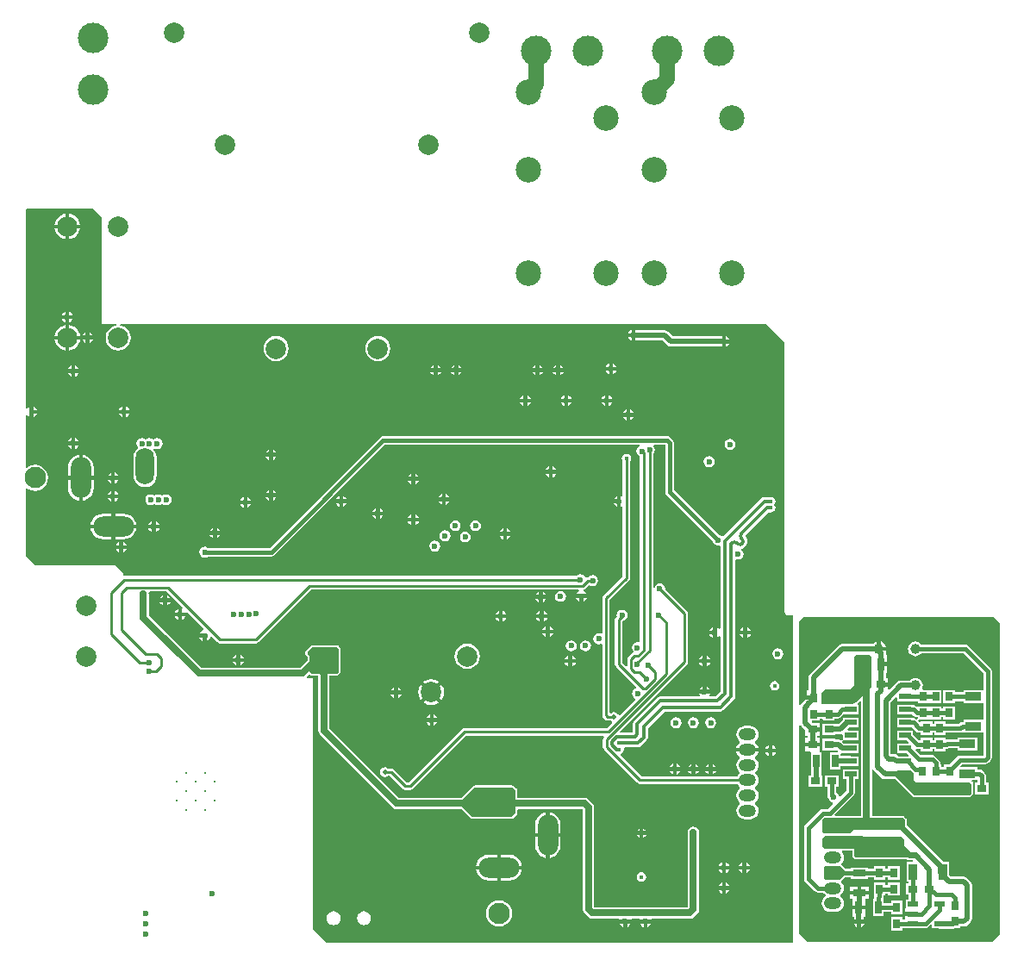
<source format=gbl>
G04*
G04 #@! TF.GenerationSoftware,Altium Limited,Altium Designer,20.0.10 (225)*
G04*
G04 Layer_Physical_Order=4*
G04 Layer_Color=16711680*
%FSLAX25Y25*%
%MOIN*%
G70*
G01*
G75*
%ADD18C,0.01000*%
%ADD72R,0.04331X0.02362*%
%ADD91C,0.08268*%
%ADD101R,0.02756X0.05118*%
%ADD102R,0.03800X0.03100*%
%ADD105R,0.03100X0.03800*%
%ADD107R,0.05118X0.02756*%
%ADD135C,0.01500*%
%ADD136C,0.02000*%
%ADD140C,0.01473*%
%ADD143C,0.02500*%
%ADD144C,0.06000*%
%ADD145O,0.06693X0.04724*%
%ADD146C,0.03937*%
%ADD147C,0.07874*%
%ADD148C,0.11811*%
%ADD149C,0.09843*%
%ADD150C,0.01181*%
%ADD151O,0.14173X0.07087*%
%ADD152O,0.07874X0.15748*%
%ADD153O,0.15748X0.07874*%
%ADD154O,0.07087X0.14173*%
%ADD155C,0.02362*%
%ADD156C,0.01772*%
%ADD157C,0.01968*%
%ADD199R,0.04646X0.02284*%
%ADD200R,0.06299X0.03543*%
%ADD201R,0.03543X0.06299*%
%ADD202C,0.02200*%
G36*
X31496Y282283D02*
Y240945D01*
X37012D01*
X37045Y240445D01*
X36548Y240379D01*
X35371Y239892D01*
X34360Y239116D01*
X33584Y238106D01*
X33097Y236929D01*
X32931Y235665D01*
X33097Y234402D01*
X33584Y233225D01*
X34360Y232214D01*
X35371Y231439D01*
X36548Y230951D01*
X37811Y230785D01*
X39074Y230951D01*
X40251Y231439D01*
X41262Y232214D01*
X42037Y233225D01*
X42525Y234402D01*
X42691Y235665D01*
X42525Y236929D01*
X42037Y238106D01*
X41262Y239116D01*
X40251Y239892D01*
X39074Y240379D01*
X38577Y240445D01*
X38609Y240945D01*
X288583Y240945D01*
X295539Y233988D01*
Y129665D01*
X295648Y129119D01*
X295958Y128655D01*
X296422Y128345D01*
X296969Y128236D01*
X298819D01*
Y1575D01*
X118504D01*
X112992Y7087D01*
Y103937D01*
X110904D01*
X110787Y104437D01*
X111574Y105223D01*
X112074D01*
X112093Y105203D01*
X112325Y105049D01*
X112598Y104994D01*
X115129D01*
Y83760D01*
X115296Y82920D01*
X115772Y82209D01*
X144020Y53961D01*
X144731Y53485D01*
X145571Y53318D01*
X170770D01*
X174298Y49790D01*
X174530Y49635D01*
X174803Y49581D01*
X189862Y49581D01*
X190136Y49635D01*
X190367Y49790D01*
X192041Y51463D01*
X192045Y51470D01*
X192052Y51475D01*
X192122Y51586D01*
X192196Y51695D01*
X192197Y51703D01*
X192201Y51710D01*
X192224Y51839D01*
X192250Y51968D01*
X192248Y51976D01*
X192250Y51984D01*
X192228Y52961D01*
X192578Y53318D01*
X217312D01*
X217491Y53139D01*
Y14653D01*
X217658Y13814D01*
X218134Y13102D01*
X219598Y11638D01*
X220310Y11162D01*
X221149Y10995D01*
X231450D01*
X231703Y10593D01*
X236014D01*
X236267Y10995D01*
X239324D01*
X239577Y10593D01*
X243887D01*
X244141Y10995D01*
X258772D01*
X259611Y11162D01*
X260323Y11638D01*
X261787Y13102D01*
X262263Y13814D01*
X262430Y14653D01*
Y44390D01*
X262263Y45229D01*
X261787Y45941D01*
X261076Y46417D01*
X260236Y46584D01*
X259397Y46417D01*
X258685Y45941D01*
X258209Y45229D01*
X258043Y44390D01*
Y15562D01*
X257863Y15383D01*
X222058D01*
X221879Y15562D01*
Y54047D01*
X221712Y54887D01*
X221236Y55598D01*
X219772Y57063D01*
X219060Y57538D01*
X218221Y57705D01*
X192123D01*
X192053Y60843D01*
X192044Y60884D01*
X192046Y60927D01*
X192014Y61019D01*
X191992Y61115D01*
X191968Y61150D01*
X191954Y61190D01*
X191889Y61263D01*
X191832Y61343D01*
X191797Y61366D01*
X191768Y61398D01*
X190460Y62382D01*
X190379Y62421D01*
X190304Y62471D01*
X190254Y62481D01*
X190209Y62503D01*
X190119Y62508D01*
X190031Y62525D01*
X175591D01*
X175317Y62471D01*
X175085Y62316D01*
X170475Y57705D01*
X146479D01*
X119517Y84668D01*
Y104994D01*
X122343D01*
X122616Y105049D01*
X122848Y105203D01*
X123524Y105880D01*
X123679Y106112D01*
X123733Y106385D01*
X123733Y115447D01*
X123710Y115567D01*
X123691Y115689D01*
X123682Y115703D01*
X123679Y115720D01*
X123611Y115822D01*
X123548Y115927D01*
X123095Y116426D01*
X123081Y116436D01*
X123072Y116450D01*
X122969Y116518D01*
X122871Y116591D01*
X122854Y116595D01*
X122840Y116605D01*
X122719Y116629D01*
X122600Y116659D01*
X122583Y116656D01*
X122566Y116659D01*
X114247Y116659D01*
X112697Y116659D01*
X112423Y116605D01*
X112192Y116450D01*
X111346Y115604D01*
X110450Y114805D01*
X110437Y114788D01*
X110420Y114777D01*
X110354Y114678D01*
X110282Y114582D01*
X110276Y114562D01*
X110265Y114545D01*
X110242Y114428D01*
X110212Y114312D01*
X110215Y114292D01*
X110211Y114272D01*
Y113287D01*
X110217Y113253D01*
X110214Y113219D01*
X110245Y113118D01*
X110265Y113014D01*
X110284Y112985D01*
X110294Y112952D01*
X110361Y112870D01*
X110420Y112782D01*
X110449Y112763D01*
X110471Y112736D01*
X111119Y112202D01*
X111102Y110956D01*
X108245Y108099D01*
X69968D01*
X49681Y128386D01*
Y136546D01*
X49577Y137067D01*
X49948Y137567D01*
X56475D01*
X62756Y131286D01*
X62561Y130920D01*
Y129490D01*
X63991D01*
X64357Y129685D01*
X70906Y123136D01*
X70742Y122593D01*
X70409Y122527D01*
X69687Y122045D01*
X69205Y121324D01*
X69185Y121222D01*
X71260D01*
Y120472D01*
X72010D01*
Y118398D01*
X72111Y118418D01*
X72832Y118900D01*
X73314Y119621D01*
X73381Y119954D01*
X73923Y120119D01*
X76155Y117887D01*
X76618Y117577D01*
X77165Y117469D01*
X90945D01*
X91492Y117577D01*
X91955Y117887D01*
X112383Y138315D01*
X215891D01*
X215979Y137815D01*
X215357Y137399D01*
X214875Y136678D01*
X214855Y136577D01*
X219004D01*
X218984Y136678D01*
X218502Y137399D01*
X217809Y137862D01*
X217793Y137984D01*
X217842Y138379D01*
X218069Y138424D01*
X218532Y138734D01*
X219921Y140122D01*
X220447Y139770D01*
X221260Y139609D01*
X222073Y139770D01*
X222761Y140231D01*
X223222Y140920D01*
X223383Y141732D01*
X223222Y142545D01*
X222761Y143234D01*
X222073Y143694D01*
X221260Y143856D01*
X220447Y143694D01*
X219758Y143234D01*
X219710Y143161D01*
X219510D01*
X219510Y143161D01*
X218963Y143052D01*
X218931Y143044D01*
X218372Y143126D01*
X218037Y143628D01*
X217348Y144088D01*
X216535Y144249D01*
X215723Y144088D01*
X215034Y143628D01*
X214985Y143555D01*
X40050D01*
X39764Y143790D01*
Y144488D01*
X36614Y147638D01*
X5512D01*
X1969Y151181D01*
X1970Y177412D01*
X2470Y177658D01*
X3114Y177165D01*
X4339Y176657D01*
X5654Y176484D01*
X6968Y176657D01*
X8193Y177165D01*
X9245Y177972D01*
X10052Y179024D01*
X10559Y180248D01*
X10732Y181563D01*
X10559Y182878D01*
X10052Y184102D01*
X9245Y185154D01*
X8193Y185961D01*
X6968Y186469D01*
X5654Y186642D01*
X4339Y186469D01*
X3114Y185961D01*
X2471Y185468D01*
X1971Y185714D01*
X1972Y205790D01*
X2472Y205942D01*
X2758Y205514D01*
X3480Y205032D01*
X3581Y205012D01*
Y207087D01*
Y209161D01*
X3480Y209141D01*
X2758Y208659D01*
X2472Y208231D01*
X1972Y208383D01*
X1974Y240945D01*
X1969Y285473D01*
X2322Y285827D01*
X27953D01*
X31496Y282283D01*
D02*
G37*
G36*
X111836Y112537D02*
X110925Y113287D01*
Y114272D01*
X111836Y115084D01*
X111836Y112537D01*
D02*
G37*
G36*
X122566Y115945D02*
X123019Y115447D01*
X123019Y106385D01*
X122343Y105709D01*
X118898D01*
X117862Y104724D01*
X116790D01*
X115748Y105709D01*
X112598D01*
X111758Y106549D01*
X111836Y112439D01*
X111836Y115084D01*
X112697Y115945D01*
X114247Y115945D01*
X122566Y115945D01*
D02*
G37*
G36*
X191339Y60827D02*
X191535Y51968D01*
X189862Y50295D01*
X174803Y50295D01*
X170669Y54429D01*
X170768Y54527D01*
Y56988D01*
X175591Y61811D01*
X190031D01*
X191339Y60827D01*
D02*
G37*
G36*
X328346Y112992D02*
X329134Y112205D01*
X329134Y100787D01*
X322998Y94651D01*
X321654Y94095D01*
X310236D01*
X309842Y94488D01*
Y98425D01*
X311024Y99606D01*
X320866D01*
X322441Y101181D01*
Y112205D01*
X323228Y112992D01*
X324409D01*
X328346Y112992D01*
D02*
G37*
G36*
X345276Y67323D02*
Y64567D01*
X346063Y63779D01*
X366929D01*
X367717Y62992D01*
X367717Y59449D01*
X366929Y58661D01*
X345669D01*
X338583Y65748D01*
X338583Y67716D01*
X339370Y68504D01*
X344094Y68504D01*
X345276Y67323D01*
D02*
G37*
G36*
X378740Y125197D02*
Y5118D01*
X375590Y1969D01*
X304331Y1969D01*
X301181Y5118D01*
X301181Y85646D01*
X301263Y85704D01*
X301943Y85580D01*
X302072Y85387D01*
X303398Y84060D01*
Y81702D01*
X304360D01*
Y80897D01*
X304359Y80897D01*
X303399D01*
Y79096D01*
X306299D01*
X309199D01*
Y80897D01*
X308238D01*
X308237Y80900D01*
Y81702D01*
X309198D01*
Y83502D01*
X306298D01*
Y85002D01*
X309198D01*
Y86802D01*
X306210D01*
X305990Y87076D01*
X306202Y87556D01*
X308944D01*
Y88473D01*
X310046D01*
X310048Y88472D01*
X310348Y88117D01*
Y87555D01*
X314849D01*
Y88473D01*
X315968D01*
X316613Y88601D01*
X317159Y88966D01*
X318240Y90047D01*
X324047D01*
Y93732D01*
X323782D01*
X323671Y93897D01*
X323589Y94232D01*
X324510Y95153D01*
X324972Y94961D01*
Y50714D01*
X314980D01*
X314789Y51177D01*
X322214Y58602D01*
X322579Y59148D01*
X322708Y59793D01*
Y65047D01*
X324047D01*
Y68732D01*
X318000D01*
Y65047D01*
X319340D01*
Y60490D01*
X317121Y58271D01*
X316579Y58436D01*
X316529Y58687D01*
X316068Y59376D01*
X315464Y59779D01*
Y61922D01*
X316381D01*
Y66424D01*
X311179D01*
Y61922D01*
X312096D01*
Y58661D01*
X312225Y58016D01*
X312496Y57610D01*
X312605Y57061D01*
X313065Y56372D01*
X313754Y55912D01*
X314005Y55862D01*
X314169Y55320D01*
X312232Y53383D01*
X310288D01*
X309644Y53255D01*
X309098Y52890D01*
X303534Y47326D01*
X303169Y46779D01*
X303041Y46135D01*
Y26378D01*
X303169Y25734D01*
X303534Y25187D01*
X307077Y21644D01*
X307623Y21279D01*
X308268Y21151D01*
X310367D01*
X310861Y20507D01*
X311278Y20187D01*
Y19577D01*
X310861Y19257D01*
X310338Y18575D01*
X310009Y17781D01*
X309897Y16929D01*
X310009Y16077D01*
X310338Y15283D01*
X310861Y14601D01*
X311543Y14078D01*
X312337Y13749D01*
X313189Y13637D01*
X315158D01*
X316009Y13749D01*
X316803Y14078D01*
X317485Y14601D01*
X318008Y15283D01*
X318337Y16077D01*
X318449Y16929D01*
X318337Y17781D01*
X318008Y18575D01*
X317485Y19257D01*
X317069Y19577D01*
Y20187D01*
X317485Y20507D01*
X318008Y21189D01*
X318337Y21983D01*
X318449Y22835D01*
X318337Y23687D01*
X318008Y24481D01*
X317527Y25108D01*
X317486Y25251D01*
X317541Y25750D01*
X318651Y26859D01*
X321150D01*
Y26465D01*
X327669D01*
Y26859D01*
X329934D01*
Y26139D01*
X334436D01*
Y27056D01*
X335446D01*
Y26139D01*
X339948D01*
Y31341D01*
X335446D01*
Y30424D01*
X334436D01*
Y31341D01*
X329934D01*
Y30227D01*
X327669D01*
Y30622D01*
X321150D01*
Y30227D01*
X319110D01*
X317578Y31759D01*
X317565Y31775D01*
X317497Y32204D01*
X317518Y32361D01*
X318008Y33000D01*
X318337Y33794D01*
X318449Y34646D01*
X318337Y35498D01*
X318008Y36292D01*
X317616Y36803D01*
X317838Y37303D01*
X321628D01*
X321628Y35433D01*
X321682Y35160D01*
X321837Y34928D01*
X322625Y34140D01*
X322856Y33985D01*
X323130Y33931D01*
X342767D01*
X342961Y33801D01*
X343742Y33646D01*
X344995D01*
X345115Y33484D01*
X344865Y32984D01*
X342705D01*
Y25284D01*
X343493D01*
Y24692D01*
X342576D01*
Y20190D01*
X343493D01*
Y18417D01*
X342311D01*
Y14976D01*
X342012D01*
Y13545D01*
X345177D01*
Y12045D01*
X342012D01*
Y10739D01*
X341429D01*
X341129Y11096D01*
Y11655D01*
X336627D01*
Y6453D01*
X341129D01*
Y7370D01*
X341428D01*
X341432Y7371D01*
X342311D01*
Y7173D01*
X348043D01*
Y7371D01*
X350016D01*
X350661Y7499D01*
X351207Y7864D01*
X352085Y8743D01*
X352547Y8551D01*
Y7173D01*
X355127D01*
X355413Y7116D01*
X360769D01*
X361398Y7241D01*
X363570D01*
Y7903D01*
X364872D01*
X365614Y8051D01*
X366243Y8471D01*
X367414Y9643D01*
X367834Y10272D01*
X367982Y11014D01*
Y24106D01*
X367834Y24848D01*
X367414Y25477D01*
X366243Y26648D01*
X365614Y27068D01*
X364872Y27216D01*
X359876D01*
X359067Y28025D01*
Y32984D01*
X357061D01*
X342742Y47303D01*
Y49213D01*
X342719Y49331D01*
X342701Y49451D01*
X342691Y49467D01*
X342688Y49486D01*
X342620Y49586D01*
X342559Y49691D01*
X341850Y50478D01*
X341835Y50489D01*
X341824Y50505D01*
X341723Y50572D01*
X341627Y50645D01*
X341608Y50649D01*
X341592Y50660D01*
X341474Y50684D01*
X341356Y50713D01*
X341338Y50711D01*
X341319Y50714D01*
X329359D01*
Y68561D01*
X329859Y68712D01*
X330125Y68314D01*
X332920Y65519D01*
X333549Y65099D01*
X334291Y64951D01*
X338369D01*
X345164Y58156D01*
X345396Y58001D01*
X345669Y57947D01*
X366929D01*
X367203Y58001D01*
X367434Y58156D01*
X368145Y58867D01*
X368254D01*
Y58992D01*
X368377Y59175D01*
X368431Y59449D01*
X368431Y62992D01*
X368377Y63266D01*
X368254Y63449D01*
Y63967D01*
X368023D01*
X367882Y64153D01*
X368130Y64653D01*
X369970D01*
Y63668D01*
X369053D01*
Y59167D01*
X374255D01*
Y63668D01*
X373338D01*
Y66247D01*
X373210Y66892D01*
X372845Y67438D01*
X371966Y68317D01*
X371420Y68682D01*
X370775Y68810D01*
X369992D01*
Y69598D01*
X363622D01*
X363430Y70060D01*
X364127Y70757D01*
X373137D01*
X373781Y70885D01*
X374328Y71250D01*
X375206Y72129D01*
X375571Y72675D01*
X375700Y73320D01*
Y106693D01*
X375571Y107337D01*
X375206Y107884D01*
X366545Y116545D01*
X365999Y116910D01*
X365354Y117038D01*
X348389D01*
X348110Y117401D01*
X347510Y117861D01*
X346812Y118150D01*
X346063Y118249D01*
X345314Y118150D01*
X344616Y117861D01*
X344016Y117401D01*
X343556Y116802D01*
X343267Y116104D01*
X343168Y115354D01*
X343267Y114605D01*
X343556Y113907D01*
X344016Y113307D01*
X344616Y112847D01*
X345314Y112558D01*
X346063Y112460D01*
X346812Y112558D01*
X347510Y112847D01*
X348110Y113307D01*
X348389Y113670D01*
X364657D01*
X372332Y105995D01*
Y99323D01*
X364653D01*
Y98535D01*
X361306D01*
Y99452D01*
X356804D01*
Y94250D01*
X361306D01*
Y95167D01*
X364653D01*
Y94378D01*
X372332D01*
Y87906D01*
X364653D01*
Y87117D01*
X364354D01*
X363710Y86989D01*
X363164Y86624D01*
X362870Y86330D01*
X357763D01*
Y87247D01*
X353261D01*
Y86330D01*
X352644D01*
Y87247D01*
X348143D01*
Y87073D01*
X347681Y86882D01*
X347112Y87450D01*
X347320Y87950D01*
X351463D01*
Y87950D01*
X351686D01*
Y87950D01*
X356188D01*
Y88867D01*
X356804D01*
Y87950D01*
X361306D01*
Y93152D01*
X356804D01*
Y92235D01*
X356188D01*
Y93152D01*
X351686D01*
Y93152D01*
X351463D01*
Y93152D01*
X346962D01*
X346962Y93152D01*
X346462Y93094D01*
X345936Y93445D01*
X345291Y93574D01*
X344992D01*
Y93732D01*
X338945D01*
Y90047D01*
X344752D01*
X345440Y89360D01*
X345986Y88995D01*
X346630Y88867D01*
X346962D01*
Y88308D01*
X346546Y88111D01*
X346462Y88094D01*
X345936Y88446D01*
X345291Y88574D01*
X344992D01*
Y88732D01*
X338945D01*
Y85047D01*
X344752D01*
X346344Y83456D01*
X346890Y83091D01*
X347535Y82963D01*
X348143D01*
Y82046D01*
X352644D01*
Y82963D01*
X353261D01*
Y82046D01*
X357763D01*
Y82963D01*
X363568D01*
X364154Y83079D01*
X364653Y82961D01*
Y82961D01*
X372332D01*
Y74125D01*
X363429D01*
X362785Y73997D01*
X362239Y73632D01*
X359318Y70711D01*
X357198D01*
Y69794D01*
X356188D01*
Y70711D01*
X355621D01*
Y71260D01*
X355493Y71904D01*
X355128Y72451D01*
X353801Y73777D01*
X353255Y74142D01*
X352611Y74270D01*
X348151D01*
X346163Y76258D01*
X346409Y76719D01*
X346693Y76662D01*
X348143D01*
Y75746D01*
X352644D01*
Y76662D01*
X353261D01*
Y75746D01*
X357763D01*
Y76662D01*
X358062D01*
X358706Y76791D01*
X358809Y76859D01*
X362291D01*
Y76071D01*
X369992D01*
Y81016D01*
X362291D01*
Y80227D01*
X358259D01*
X358149Y80205D01*
X357763Y80523D01*
Y80947D01*
X353261D01*
Y80030D01*
X352644D01*
Y80947D01*
X348143D01*
Y80030D01*
X347390D01*
X344992Y82429D01*
Y83732D01*
X338945D01*
Y80047D01*
X342611D01*
X343464Y79194D01*
X343272Y78732D01*
X338945D01*
Y75047D01*
X342611D01*
X343464Y74194D01*
X343272Y73732D01*
X342453D01*
X341968Y73829D01*
X339449D01*
X339072Y74206D01*
X338443Y74626D01*
X337701Y74774D01*
X336620D01*
X336584Y74809D01*
Y94633D01*
X338483Y96531D01*
X338945Y96340D01*
Y95047D01*
X344775D01*
X344992Y95047D01*
X344992Y95047D01*
X345247Y95137D01*
X345330Y95167D01*
X345793Y95167D01*
X346962D01*
Y94250D01*
X351463D01*
Y94250D01*
X351686D01*
Y94250D01*
X356188D01*
Y99452D01*
X351686D01*
Y99452D01*
X351463D01*
Y99452D01*
X348941D01*
X348660Y99952D01*
X348859Y100432D01*
X348958Y101181D01*
X348859Y101930D01*
X348570Y102629D01*
X348110Y103228D01*
X347510Y103688D01*
X346812Y103977D01*
X346063Y104076D01*
X345314Y103977D01*
X344616Y103688D01*
X344016Y103228D01*
X343933Y103120D01*
X340391D01*
X339649Y102972D01*
X339020Y102552D01*
X336039Y99571D01*
X335577Y99762D01*
Y100825D01*
X332677D01*
Y102325D01*
X335577D01*
Y104125D01*
X334616D01*
Y105890D01*
X335252D01*
Y108699D01*
X332874D01*
Y110199D01*
X335252D01*
Y113008D01*
X334813D01*
Y113846D01*
X334704Y114392D01*
X334782Y114579D01*
X334785Y114604D01*
X331890D01*
Y115354D01*
X331140D01*
Y118250D01*
X331115Y118246D01*
X330393Y117947D01*
X329773Y117472D01*
X329636Y117293D01*
X325328D01*
X325328Y117293D01*
X317717D01*
X316975Y117146D01*
X316346Y116725D01*
X305322Y105702D01*
X304902Y105073D01*
X304754Y104331D01*
Y99357D01*
X304143D01*
Y97207D01*
X306693D01*
Y95707D01*
X303551D01*
X303065Y95221D01*
X302872Y94932D01*
X302072Y94132D01*
X301943Y93938D01*
X301263Y93814D01*
X301181Y93872D01*
X301181Y125984D01*
X302756Y127559D01*
X305906Y127559D01*
X376378D01*
X378740Y125197D01*
D02*
G37*
G36*
X342027Y49213D02*
Y46457D01*
X340846Y45276D01*
X321949D01*
X320617Y43944D01*
X310682D01*
X310138Y44488D01*
Y48031D01*
X310138Y49213D01*
X310925Y50000D01*
X341319Y50000D01*
X342027Y49213D01*
D02*
G37*
G36*
X340665Y42702D02*
X341634Y41732D01*
Y38976D01*
X340453Y37795D01*
X343602Y34646D01*
X323130D01*
X322342Y35433D01*
X322342Y38018D01*
X311097D01*
X310138Y38976D01*
Y42126D01*
X311123Y43112D01*
X340665Y42702D01*
D02*
G37*
G36*
X318963Y29364D02*
X318963Y28182D01*
X317782Y27001D01*
X316943Y26162D01*
X311141Y26162D01*
X310597Y26706D01*
Y30643D01*
X311221Y31266D01*
X317060Y31266D01*
X318963Y29364D01*
D02*
G37*
%LPC*%
G36*
X18860Y283621D02*
Y279490D01*
X22991D01*
X22920Y280029D01*
X22423Y281230D01*
X21631Y282261D01*
X20600Y283053D01*
X19399Y283550D01*
X18860Y283621D01*
D02*
G37*
G36*
X17360D02*
X16821Y283550D01*
X15620Y283053D01*
X14589Y282261D01*
X13798Y281230D01*
X13300Y280029D01*
X13229Y279490D01*
X17360D01*
Y283621D01*
D02*
G37*
G36*
X22991Y277990D02*
X18860D01*
Y273859D01*
X19399Y273930D01*
X20600Y274428D01*
X21631Y275219D01*
X22423Y276250D01*
X22920Y277451D01*
X22991Y277990D01*
D02*
G37*
G36*
X17360D02*
X13229D01*
X13300Y277451D01*
X13798Y276250D01*
X14589Y275219D01*
X15620Y274428D01*
X16821Y273930D01*
X17360Y273859D01*
Y277990D01*
D02*
G37*
G36*
X18860Y245775D02*
Y244451D01*
X20185D01*
X20165Y244552D01*
X19683Y245273D01*
X18961Y245755D01*
X18860Y245775D01*
D02*
G37*
G36*
X17360D02*
X17259Y245755D01*
X16538Y245273D01*
X16056Y244552D01*
X16036Y244451D01*
X17360D01*
Y245775D01*
D02*
G37*
G36*
X20185Y242951D02*
X18860D01*
Y241626D01*
X18961Y241646D01*
X19683Y242128D01*
X20165Y242850D01*
X20185Y242951D01*
D02*
G37*
G36*
X17360D02*
X16036D01*
X16056Y242850D01*
X16538Y242128D01*
X17259Y241646D01*
X17360Y241626D01*
Y242951D01*
D02*
G37*
G36*
X236258Y238689D02*
X236157Y238669D01*
X235435Y238187D01*
X234953Y237465D01*
X234933Y237364D01*
X236258D01*
Y238689D01*
D02*
G37*
G36*
X26734Y237901D02*
Y236577D01*
X28059D01*
X28039Y236678D01*
X27557Y237399D01*
X26835Y237881D01*
X26734Y237901D01*
D02*
G37*
G36*
X25234D02*
X25133Y237881D01*
X24412Y237399D01*
X23930Y236678D01*
X23910Y236577D01*
X25234D01*
Y237901D01*
D02*
G37*
G36*
X18876Y240546D02*
Y236415D01*
X23007D01*
X22936Y236954D01*
X22438Y238155D01*
X21647Y239187D01*
X20616Y239978D01*
X19415Y240475D01*
X18876Y240546D01*
D02*
G37*
G36*
X17376D02*
X16837Y240475D01*
X15636Y239978D01*
X14605Y239187D01*
X13814Y238155D01*
X13316Y236954D01*
X13245Y236415D01*
X17376D01*
Y240546D01*
D02*
G37*
G36*
X272797Y236327D02*
Y235002D01*
X274122D01*
X274102Y235103D01*
X273620Y235824D01*
X272898Y236307D01*
X272797Y236327D01*
D02*
G37*
G36*
X236258Y235864D02*
X234933D01*
X234953Y235763D01*
X235435Y235042D01*
X236157Y234560D01*
X236258Y234540D01*
Y235864D01*
D02*
G37*
G36*
X28059Y235077D02*
X26734D01*
Y233752D01*
X26835Y233772D01*
X27557Y234254D01*
X28039Y234976D01*
X28059Y235077D01*
D02*
G37*
G36*
X25234D02*
X23910D01*
X23930Y234976D01*
X24412Y234254D01*
X25133Y233772D01*
X25234Y233752D01*
Y235077D01*
D02*
G37*
G36*
X274122Y233502D02*
X272797D01*
Y232177D01*
X272898Y232197D01*
X273620Y232680D01*
X274102Y233401D01*
X274122Y233502D01*
D02*
G37*
G36*
X237758Y238689D02*
Y236614D01*
Y234540D01*
X237859Y234560D01*
X238032Y234675D01*
X248410D01*
X250204Y232881D01*
X250833Y232461D01*
X251575Y232313D01*
X271023D01*
X271196Y232197D01*
X271297Y232177D01*
Y234252D01*
Y236327D01*
X271196Y236307D01*
X271023Y236191D01*
X252378D01*
X250584Y237985D01*
X249955Y238405D01*
X249213Y238553D01*
X238032D01*
X237859Y238669D01*
X237758Y238689D01*
D02*
G37*
G36*
X23007Y234915D02*
X18876D01*
Y230785D01*
X19415Y230855D01*
X20616Y231353D01*
X21647Y232144D01*
X22438Y233176D01*
X22936Y234377D01*
X23007Y234915D01*
D02*
G37*
G36*
X17376D02*
X13245D01*
X13316Y234377D01*
X13814Y233176D01*
X14605Y232144D01*
X15636Y231353D01*
X16837Y230855D01*
X17376Y230785D01*
Y234915D01*
D02*
G37*
G36*
X138189Y236376D02*
X136926Y236210D01*
X135749Y235723D01*
X134738Y234947D01*
X133963Y233936D01*
X133475Y232759D01*
X133309Y231496D01*
X133475Y230233D01*
X133963Y229056D01*
X134738Y228045D01*
X135749Y227270D01*
X136926Y226782D01*
X138189Y226616D01*
X139452Y226782D01*
X140629Y227270D01*
X141640Y228045D01*
X142415Y229056D01*
X142903Y230233D01*
X143069Y231496D01*
X142903Y232759D01*
X142415Y233936D01*
X141640Y234947D01*
X140629Y235723D01*
X139452Y236210D01*
X138189Y236376D01*
D02*
G37*
G36*
X98819D02*
X97556Y236210D01*
X96379Y235723D01*
X95368Y234947D01*
X94592Y233936D01*
X94105Y232759D01*
X93939Y231496D01*
X94105Y230233D01*
X94592Y229056D01*
X95368Y228045D01*
X96379Y227270D01*
X97556Y226782D01*
X98819Y226616D01*
X100082Y226782D01*
X101259Y227270D01*
X102270Y228045D01*
X103045Y229056D01*
X103533Y230233D01*
X103699Y231496D01*
X103533Y232759D01*
X103045Y233936D01*
X102270Y234947D01*
X101259Y235723D01*
X100082Y236210D01*
X98819Y236376D01*
D02*
G37*
G36*
X229097Y225697D02*
Y224372D01*
X230421D01*
X230401Y224473D01*
X229919Y225195D01*
X229198Y225677D01*
X229097Y225697D01*
D02*
G37*
G36*
X227596D02*
X227495Y225677D01*
X226774Y225195D01*
X226292Y224473D01*
X226272Y224372D01*
X227596D01*
Y225697D01*
D02*
G37*
G36*
X208624Y225303D02*
Y223978D01*
X209949D01*
X209929Y224079D01*
X209447Y224801D01*
X208725Y225283D01*
X208624Y225303D01*
D02*
G37*
G36*
X207124D02*
X207023Y225283D01*
X206301Y224801D01*
X205820Y224079D01*
X205799Y223978D01*
X207124D01*
Y225303D01*
D02*
G37*
G36*
X200750D02*
Y223978D01*
X202075D01*
X202055Y224079D01*
X201572Y224801D01*
X200851Y225283D01*
X200750Y225303D01*
D02*
G37*
G36*
X199250D02*
X199149Y225283D01*
X198427Y224801D01*
X197945Y224079D01*
X197925Y223978D01*
X199250D01*
Y225303D01*
D02*
G37*
G36*
X169254D02*
Y223978D01*
X170579D01*
X170559Y224079D01*
X170076Y224801D01*
X169355Y225283D01*
X169254Y225303D01*
D02*
G37*
G36*
X167754D02*
X167653Y225283D01*
X166931Y224801D01*
X166449Y224079D01*
X166429Y223978D01*
X167754D01*
Y225303D01*
D02*
G37*
G36*
X161380D02*
Y223978D01*
X162705D01*
X162685Y224079D01*
X162202Y224801D01*
X161481Y225283D01*
X161380Y225303D01*
D02*
G37*
G36*
X159880D02*
X159779Y225283D01*
X159057Y224801D01*
X158575Y224079D01*
X158555Y223978D01*
X159880D01*
Y225303D01*
D02*
G37*
G36*
X21222Y224909D02*
Y223585D01*
X22547D01*
X22527Y223686D01*
X22045Y224407D01*
X21324Y224889D01*
X21222Y224909D01*
D02*
G37*
G36*
X19722D02*
X19621Y224889D01*
X18900Y224407D01*
X18418Y223686D01*
X18398Y223585D01*
X19722D01*
Y224909D01*
D02*
G37*
G36*
X230421Y222872D02*
X229097D01*
Y221547D01*
X229198Y221568D01*
X229919Y222049D01*
X230401Y222771D01*
X230421Y222872D01*
D02*
G37*
G36*
X227596D02*
X226272D01*
X226292Y222771D01*
X226774Y222049D01*
X227495Y221568D01*
X227596Y221547D01*
Y222872D01*
D02*
G37*
G36*
X209949Y222478D02*
X208624D01*
Y221154D01*
X208725Y221174D01*
X209447Y221656D01*
X209929Y222377D01*
X209949Y222478D01*
D02*
G37*
G36*
X207124D02*
X205799D01*
X205820Y222377D01*
X206301Y221656D01*
X207023Y221174D01*
X207124Y221154D01*
Y222478D01*
D02*
G37*
G36*
X202075D02*
X200750D01*
Y221154D01*
X200851Y221174D01*
X201572Y221656D01*
X202055Y222377D01*
X202075Y222478D01*
D02*
G37*
G36*
X199250D02*
X197925D01*
X197945Y222377D01*
X198427Y221656D01*
X199149Y221174D01*
X199250Y221154D01*
Y222478D01*
D02*
G37*
G36*
X170579D02*
X169254D01*
Y221154D01*
X169355Y221174D01*
X170076Y221656D01*
X170559Y222377D01*
X170579Y222478D01*
D02*
G37*
G36*
X167754D02*
X166429D01*
X166449Y222377D01*
X166931Y221656D01*
X167653Y221174D01*
X167754Y221154D01*
Y222478D01*
D02*
G37*
G36*
X162705D02*
X161380D01*
Y221154D01*
X161481Y221174D01*
X162202Y221656D01*
X162685Y222377D01*
X162705Y222478D01*
D02*
G37*
G36*
X159880D02*
X158555D01*
X158575Y222377D01*
X159057Y221656D01*
X159779Y221174D01*
X159880Y221154D01*
Y222478D01*
D02*
G37*
G36*
X22547Y222085D02*
X21222D01*
Y220760D01*
X21324Y220780D01*
X22045Y221262D01*
X22527Y221984D01*
X22547Y222085D01*
D02*
G37*
G36*
X19722D02*
X18398D01*
X18418Y221984D01*
X18900Y221262D01*
X19621Y220780D01*
X19722Y220760D01*
Y222085D01*
D02*
G37*
G36*
X227522Y213492D02*
Y212167D01*
X228846D01*
X228826Y212268D01*
X228344Y212990D01*
X227623Y213472D01*
X227522Y213492D01*
D02*
G37*
G36*
X226022D02*
X225921Y213472D01*
X225199Y212990D01*
X224717Y212268D01*
X224697Y212167D01*
X226022D01*
Y213492D01*
D02*
G37*
G36*
X211774D02*
Y212167D01*
X213098D01*
X213078Y212268D01*
X212596Y212990D01*
X211875Y213472D01*
X211774Y213492D01*
D02*
G37*
G36*
X210274D02*
X210173Y213472D01*
X209451Y212990D01*
X208969Y212268D01*
X208949Y212167D01*
X210274D01*
Y213492D01*
D02*
G37*
G36*
X196026D02*
Y212167D01*
X197350D01*
X197330Y212268D01*
X196848Y212990D01*
X196127Y213472D01*
X196026Y213492D01*
D02*
G37*
G36*
X194526D02*
X194425Y213472D01*
X193703Y212990D01*
X193221Y212268D01*
X193201Y212167D01*
X194526D01*
Y213492D01*
D02*
G37*
G36*
X228846Y210667D02*
X227522D01*
Y209343D01*
X227623Y209363D01*
X228344Y209845D01*
X228826Y210566D01*
X228846Y210667D01*
D02*
G37*
G36*
X226022D02*
X224697D01*
X224717Y210566D01*
X225199Y209845D01*
X225921Y209363D01*
X226022Y209343D01*
Y210667D01*
D02*
G37*
G36*
X213098D02*
X211774D01*
Y209343D01*
X211875Y209363D01*
X212596Y209845D01*
X213078Y210566D01*
X213098Y210667D01*
D02*
G37*
G36*
X210274D02*
X208949D01*
X208969Y210566D01*
X209451Y209845D01*
X210173Y209363D01*
X210274Y209343D01*
Y210667D01*
D02*
G37*
G36*
X197350D02*
X196026D01*
Y209343D01*
X196127Y209363D01*
X196848Y209845D01*
X197330Y210566D01*
X197350Y210667D01*
D02*
G37*
G36*
X194526D02*
X193201D01*
X193221Y210566D01*
X193703Y209845D01*
X194425Y209363D01*
X194526Y209343D01*
Y210667D01*
D02*
G37*
G36*
X40907Y209161D02*
Y207837D01*
X42232D01*
X42212Y207938D01*
X41730Y208659D01*
X41008Y209141D01*
X40907Y209161D01*
D02*
G37*
G36*
X39408D02*
X39307Y209141D01*
X38585Y208659D01*
X38103Y207938D01*
X38083Y207837D01*
X39408D01*
Y209161D01*
D02*
G37*
G36*
X5081D02*
Y207837D01*
X6405D01*
X6385Y207938D01*
X5903Y208659D01*
X5182Y209141D01*
X5081Y209161D01*
D02*
G37*
G36*
X235789Y207980D02*
Y206656D01*
X237114D01*
X237094Y206756D01*
X236612Y207478D01*
X235890Y207960D01*
X235789Y207980D01*
D02*
G37*
G36*
X234289D02*
X234188Y207960D01*
X233467Y207478D01*
X232985Y206756D01*
X232965Y206656D01*
X234289D01*
Y207980D01*
D02*
G37*
G36*
X42232Y206337D02*
X40907D01*
Y205012D01*
X41008Y205032D01*
X41730Y205514D01*
X42212Y206236D01*
X42232Y206337D01*
D02*
G37*
G36*
X39408D02*
X38083D01*
X38103Y206236D01*
X38585Y205514D01*
X39307Y205032D01*
X39408Y205012D01*
Y206337D01*
D02*
G37*
G36*
X6405D02*
X5081D01*
Y205012D01*
X5182Y205032D01*
X5903Y205514D01*
X6385Y206236D01*
X6405Y206337D01*
D02*
G37*
G36*
X237114Y205155D02*
X235789D01*
Y203831D01*
X235890Y203851D01*
X236612Y204333D01*
X237094Y205054D01*
X237114Y205155D01*
D02*
G37*
G36*
X234289D02*
X232965D01*
X232985Y205054D01*
X233467Y204333D01*
X234188Y203851D01*
X234289Y203831D01*
Y205155D01*
D02*
G37*
G36*
X52854Y196907D02*
X52042Y196745D01*
X51378Y196302D01*
X50714Y196745D01*
X49902Y196907D01*
X49089Y196745D01*
X48425Y196302D01*
X47761Y196745D01*
X46949Y196907D01*
X46136Y196745D01*
X45447Y196285D01*
X44987Y195596D01*
X44825Y194783D01*
X44987Y193971D01*
X45447Y193282D01*
X45458Y192956D01*
X45003Y192607D01*
X44291Y191679D01*
X43843Y190597D01*
X43690Y189437D01*
Y182350D01*
X43843Y181190D01*
X44291Y180109D01*
X45003Y179180D01*
X45932Y178468D01*
X47013Y178020D01*
X48173Y177867D01*
X49334Y178020D01*
X50415Y178468D01*
X51343Y179180D01*
X52056Y180109D01*
X52504Y181190D01*
X52656Y182350D01*
Y189437D01*
X52504Y190597D01*
X52056Y191679D01*
X51544Y192345D01*
X51649Y192951D01*
X51667Y192971D01*
X51753Y193015D01*
X52042Y192822D01*
X52854Y192660D01*
X53667Y192822D01*
X54356Y193282D01*
X54816Y193971D01*
X54978Y194783D01*
X54816Y195596D01*
X54356Y196285D01*
X53667Y196745D01*
X52854Y196907D01*
D02*
G37*
G36*
X21222Y196957D02*
Y195632D01*
X22547D01*
X22527Y195733D01*
X22045Y196454D01*
X21324Y196936D01*
X21222Y196957D01*
D02*
G37*
G36*
X19722D02*
X19621Y196936D01*
X18900Y196454D01*
X18418Y195733D01*
X18398Y195632D01*
X19722D01*
Y196957D01*
D02*
G37*
G36*
X22547Y194132D02*
X21222D01*
Y192807D01*
X21324Y192827D01*
X22045Y193309D01*
X22527Y194031D01*
X22547Y194132D01*
D02*
G37*
G36*
X19722D02*
X18398D01*
X18418Y194031D01*
X18900Y193309D01*
X19621Y192827D01*
X19722Y192807D01*
Y194132D01*
D02*
G37*
G36*
X274409Y196513D02*
X273597Y196352D01*
X272908Y195891D01*
X272448Y195202D01*
X272286Y194390D01*
X272448Y193577D01*
X272908Y192888D01*
X273597Y192428D01*
X274409Y192266D01*
X275222Y192428D01*
X275911Y192888D01*
X276371Y193577D01*
X276533Y194390D01*
X276371Y195202D01*
X275911Y195891D01*
X275222Y196352D01*
X274409Y196513D01*
D02*
G37*
G36*
X97600Y192626D02*
Y191301D01*
X98925D01*
X98905Y191402D01*
X98423Y192124D01*
X97701Y192606D01*
X97600Y192626D01*
D02*
G37*
G36*
X96100D02*
X95999Y192606D01*
X95278Y192124D01*
X94796Y191402D01*
X94776Y191301D01*
X96100D01*
Y192626D01*
D02*
G37*
G36*
X98925Y189801D02*
X97600D01*
Y188477D01*
X97701Y188497D01*
X98423Y188979D01*
X98905Y189700D01*
X98925Y189801D01*
D02*
G37*
G36*
X96100D02*
X94776D01*
X94796Y189700D01*
X95278Y188979D01*
X95999Y188497D01*
X96100Y188477D01*
Y189801D01*
D02*
G37*
G36*
X266339Y189919D02*
X265526Y189757D01*
X264837Y189297D01*
X264377Y188608D01*
X264215Y187795D01*
X264377Y186983D01*
X264837Y186294D01*
X265526Y185833D01*
X266339Y185672D01*
X267151Y185833D01*
X267840Y186294D01*
X268300Y186983D01*
X268462Y187795D01*
X268300Y188608D01*
X267840Y189297D01*
X267151Y189757D01*
X266339Y189919D01*
D02*
G37*
G36*
X205868Y185933D02*
Y184608D01*
X207193D01*
X207173Y184709D01*
X206691Y185431D01*
X205969Y185913D01*
X205868Y185933D01*
D02*
G37*
G36*
X204368D02*
X204267Y185913D01*
X203546Y185431D01*
X203064Y184709D01*
X203044Y184608D01*
X204368D01*
Y185933D01*
D02*
G37*
G36*
X24120Y190381D02*
Y182313D01*
X28350D01*
Y185500D01*
X28180Y186789D01*
X27683Y187990D01*
X26891Y189021D01*
X25860Y189813D01*
X24659Y190310D01*
X24120Y190381D01*
D02*
G37*
G36*
X22620D02*
X22081Y190310D01*
X20880Y189813D01*
X19849Y189021D01*
X19058Y187990D01*
X18560Y186789D01*
X18391Y185500D01*
Y182313D01*
X22620D01*
Y190381D01*
D02*
G37*
G36*
X36577Y183571D02*
Y182246D01*
X37901D01*
X37881Y182347D01*
X37399Y183069D01*
X36678Y183551D01*
X36577Y183571D01*
D02*
G37*
G36*
X35077D02*
X34976Y183551D01*
X34254Y183069D01*
X33772Y182347D01*
X33752Y182246D01*
X35077D01*
Y183571D01*
D02*
G37*
G36*
X152718Y183177D02*
Y181852D01*
X154043D01*
X154023Y181953D01*
X153541Y182675D01*
X152820Y183157D01*
X152718Y183177D01*
D02*
G37*
G36*
X151218D02*
X151118Y183157D01*
X150396Y182675D01*
X149914Y181953D01*
X149894Y181852D01*
X151218D01*
Y183177D01*
D02*
G37*
G36*
X207193Y183108D02*
X205868D01*
Y181784D01*
X205969Y181804D01*
X206691Y182286D01*
X207173Y183007D01*
X207193Y183108D01*
D02*
G37*
G36*
X204368D02*
X203044D01*
X203064Y183007D01*
X203546Y182286D01*
X204267Y181804D01*
X204368Y181784D01*
Y183108D01*
D02*
G37*
G36*
X37901Y180746D02*
X36577D01*
Y179421D01*
X36678Y179441D01*
X37399Y179924D01*
X37881Y180645D01*
X37901Y180746D01*
D02*
G37*
G36*
X35077D02*
X33752D01*
X33772Y180645D01*
X34254Y179924D01*
X34976Y179441D01*
X35077Y179421D01*
Y180746D01*
D02*
G37*
G36*
X154043Y180352D02*
X152718D01*
Y179028D01*
X152820Y179048D01*
X153541Y179530D01*
X154023Y180251D01*
X154043Y180352D01*
D02*
G37*
G36*
X151218D02*
X149894D01*
X149914Y180251D01*
X150396Y179530D01*
X151118Y179048D01*
X151218Y179028D01*
Y180352D01*
D02*
G37*
G36*
X97600Y176878D02*
Y175553D01*
X98925D01*
X98905Y175654D01*
X98423Y176376D01*
X97701Y176858D01*
X97600Y176878D01*
D02*
G37*
G36*
X96100D02*
X95999Y176858D01*
X95278Y176376D01*
X94796Y175654D01*
X94776Y175553D01*
X96100D01*
Y176878D01*
D02*
G37*
G36*
X36577Y176484D02*
Y175159D01*
X37901D01*
X37881Y175260D01*
X37399Y175982D01*
X36678Y176464D01*
X36577Y176484D01*
D02*
G37*
G36*
X35077D02*
X34976Y176464D01*
X34254Y175982D01*
X33772Y175260D01*
X33752Y175159D01*
X35077D01*
Y176484D01*
D02*
G37*
G36*
X56299Y175155D02*
X55487Y174993D01*
X54823Y174550D01*
X54159Y174993D01*
X53347Y175155D01*
X52534Y174993D01*
X51870Y174550D01*
X51206Y174993D01*
X50394Y175155D01*
X49581Y174993D01*
X48892Y174533D01*
X48432Y173844D01*
X48270Y173031D01*
X48432Y172219D01*
X48892Y171530D01*
X49581Y171070D01*
X50394Y170908D01*
X51206Y171070D01*
X51870Y171513D01*
X52534Y171070D01*
X53347Y170908D01*
X54159Y171070D01*
X54823Y171513D01*
X55487Y171070D01*
X56299Y170908D01*
X57112Y171070D01*
X57801Y171530D01*
X58261Y172219D01*
X58423Y173031D01*
X58261Y173844D01*
X57801Y174533D01*
X57112Y174993D01*
X56299Y175155D01*
D02*
G37*
G36*
X164530Y175303D02*
Y173978D01*
X165854D01*
X165834Y174079D01*
X165352Y174801D01*
X164630Y175283D01*
X164530Y175303D01*
D02*
G37*
G36*
X163030D02*
X162928Y175283D01*
X162207Y174801D01*
X161725Y174079D01*
X161705Y173978D01*
X163030D01*
Y175303D01*
D02*
G37*
G36*
X230746Y174516D02*
X230645Y174495D01*
X229924Y174013D01*
X229441Y173292D01*
X229421Y173191D01*
X230746D01*
Y174516D01*
D02*
G37*
G36*
X124766D02*
Y173191D01*
X126090D01*
X126070Y173292D01*
X125588Y174013D01*
X124867Y174495D01*
X124766Y174516D01*
D02*
G37*
G36*
X123266D02*
X123165Y174495D01*
X122443Y174013D01*
X121961Y173292D01*
X121941Y173191D01*
X123266D01*
Y174516D01*
D02*
G37*
G36*
X87758Y174122D02*
Y172797D01*
X89082D01*
X89062Y172898D01*
X88580Y173620D01*
X87859Y174102D01*
X87758Y174122D01*
D02*
G37*
G36*
X86258D02*
X86157Y174102D01*
X85435Y173620D01*
X84953Y172898D01*
X84933Y172797D01*
X86258D01*
Y174122D01*
D02*
G37*
G36*
X28350Y180813D02*
X24120D01*
Y172745D01*
X24659Y172816D01*
X25860Y173313D01*
X26891Y174105D01*
X27683Y175136D01*
X28180Y176337D01*
X28350Y177626D01*
Y180813D01*
D02*
G37*
G36*
X22620D02*
X18391D01*
Y177626D01*
X18560Y176337D01*
X19058Y175136D01*
X19849Y174105D01*
X20880Y173313D01*
X22081Y172816D01*
X22620Y172745D01*
Y180813D01*
D02*
G37*
G36*
X98925Y174053D02*
X97600D01*
Y172729D01*
X97701Y172749D01*
X98423Y173231D01*
X98905Y173952D01*
X98925Y174053D01*
D02*
G37*
G36*
X96100D02*
X94776D01*
X94796Y173952D01*
X95278Y173231D01*
X95999Y172749D01*
X96100Y172729D01*
Y174053D01*
D02*
G37*
G36*
X37901Y173659D02*
X36577D01*
Y172335D01*
X36678Y172355D01*
X37399Y172837D01*
X37881Y173558D01*
X37901Y173659D01*
D02*
G37*
G36*
X35077D02*
X33752D01*
X33772Y173558D01*
X34254Y172837D01*
X34976Y172355D01*
X35077Y172335D01*
Y173659D01*
D02*
G37*
G36*
X165854Y172478D02*
X164530D01*
Y171154D01*
X164630Y171174D01*
X165352Y171656D01*
X165834Y172377D01*
X165854Y172478D01*
D02*
G37*
G36*
X163030D02*
X161705D01*
X161725Y172377D01*
X162207Y171656D01*
X162928Y171174D01*
X163030Y171154D01*
Y172478D01*
D02*
G37*
G36*
X230746Y171691D02*
X229421D01*
X229441Y171590D01*
X229924Y170869D01*
X230645Y170386D01*
X230746Y170366D01*
Y171691D01*
D02*
G37*
G36*
X126090D02*
X124766D01*
Y170366D01*
X124867Y170386D01*
X125588Y170869D01*
X126070Y171590D01*
X126090Y171691D01*
D02*
G37*
G36*
X123266D02*
X121941D01*
X121961Y171590D01*
X122443Y170869D01*
X123165Y170386D01*
X123266Y170366D01*
Y171691D01*
D02*
G37*
G36*
X89082Y171297D02*
X87758D01*
Y169973D01*
X87859Y169993D01*
X88580Y170475D01*
X89062Y171196D01*
X89082Y171297D01*
D02*
G37*
G36*
X86258D02*
X84933D01*
X84953Y171196D01*
X85435Y170475D01*
X86157Y169993D01*
X86258Y169973D01*
Y171297D01*
D02*
G37*
G36*
X138939Y169791D02*
Y168466D01*
X140264D01*
X140243Y168568D01*
X139761Y169289D01*
X139040Y169771D01*
X138939Y169791D01*
D02*
G37*
G36*
X137439D02*
X137338Y169771D01*
X136617Y169289D01*
X136134Y168568D01*
X136114Y168466D01*
X137439D01*
Y169791D01*
D02*
G37*
G36*
X152718Y167429D02*
Y166104D01*
X154043D01*
X154023Y166205D01*
X153541Y166927D01*
X152820Y167409D01*
X152718Y167429D01*
D02*
G37*
G36*
X151218D02*
X151118Y167409D01*
X150396Y166927D01*
X149914Y166205D01*
X149894Y166104D01*
X151218D01*
Y167429D01*
D02*
G37*
G36*
X140264Y166966D02*
X138939D01*
Y165642D01*
X139040Y165662D01*
X139761Y166144D01*
X140243Y166866D01*
X140264Y166966D01*
D02*
G37*
G36*
X137439D02*
X136114D01*
X136134Y166866D01*
X136617Y166144D01*
X137338Y165662D01*
X137439Y165642D01*
Y166966D01*
D02*
G37*
G36*
X39906Y167645D02*
X36718D01*
Y163415D01*
X44786D01*
X44715Y163954D01*
X44218Y165155D01*
X43427Y166186D01*
X42395Y166978D01*
X41194Y167475D01*
X39906Y167645D01*
D02*
G37*
G36*
X35219D02*
X32032D01*
X30743Y167475D01*
X29542Y166978D01*
X28510Y166186D01*
X27719Y165155D01*
X27222Y163954D01*
X27151Y163415D01*
X35219D01*
Y167645D01*
D02*
G37*
G36*
X52325Y164673D02*
Y163348D01*
X53649D01*
X53629Y163449D01*
X53147Y164171D01*
X52426Y164653D01*
X52325Y164673D01*
D02*
G37*
G36*
X50825D02*
X50724Y164653D01*
X50002Y164171D01*
X49520Y163449D01*
X49500Y163348D01*
X50825D01*
Y164673D01*
D02*
G37*
G36*
X154043Y164604D02*
X152718D01*
Y163280D01*
X152820Y163300D01*
X153541Y163782D01*
X154023Y164503D01*
X154043Y164604D01*
D02*
G37*
G36*
X151218D02*
X149894D01*
X149914Y164503D01*
X150396Y163782D01*
X151118Y163300D01*
X151218Y163280D01*
Y164604D01*
D02*
G37*
G36*
X75947Y162311D02*
Y160986D01*
X77271D01*
X77251Y161087D01*
X76769Y161809D01*
X76048Y162291D01*
X75947Y162311D01*
D02*
G37*
G36*
X74447D02*
X74346Y162291D01*
X73624Y161809D01*
X73142Y161087D01*
X73122Y160986D01*
X74447D01*
Y162311D01*
D02*
G37*
G36*
X175984Y165116D02*
X175172Y164954D01*
X174483Y164494D01*
X174022Y163805D01*
X173861Y162992D01*
X174022Y162180D01*
X174483Y161491D01*
X175172Y161030D01*
X175984Y160869D01*
X176797Y161030D01*
X177486Y161491D01*
X177946Y162180D01*
X178108Y162992D01*
X177946Y163805D01*
X177486Y164494D01*
X176797Y164954D01*
X175984Y165116D01*
D02*
G37*
G36*
X168110D02*
X167298Y164954D01*
X166609Y164494D01*
X166148Y163805D01*
X165987Y162992D01*
X166148Y162180D01*
X166609Y161491D01*
X167298Y161030D01*
X168110Y160869D01*
X168923Y161030D01*
X169612Y161491D01*
X170072Y162180D01*
X170234Y162992D01*
X170072Y163805D01*
X169612Y164494D01*
X168923Y164954D01*
X168110Y165116D01*
D02*
G37*
G36*
X188152Y161917D02*
Y160592D01*
X189476D01*
X189456Y160694D01*
X188974Y161415D01*
X188253Y161897D01*
X188152Y161917D01*
D02*
G37*
G36*
X186652D02*
X186550Y161897D01*
X185829Y161415D01*
X185347Y160694D01*
X185327Y160592D01*
X186652D01*
Y161917D01*
D02*
G37*
G36*
X53649Y161848D02*
X52325D01*
Y160524D01*
X52426Y160544D01*
X53147Y161026D01*
X53629Y161747D01*
X53649Y161848D01*
D02*
G37*
G36*
X50825D02*
X49500D01*
X49520Y161747D01*
X50002Y161026D01*
X50724Y160544D01*
X50825Y160524D01*
Y161848D01*
D02*
G37*
G36*
X77271Y159486D02*
X75947D01*
Y158162D01*
X76048Y158182D01*
X76769Y158664D01*
X77251Y159385D01*
X77271Y159486D01*
D02*
G37*
G36*
X74447D02*
X73122D01*
X73142Y159385D01*
X73624Y158664D01*
X74346Y158182D01*
X74447Y158162D01*
Y159486D01*
D02*
G37*
G36*
X189476Y159092D02*
X188152D01*
Y157768D01*
X188253Y157788D01*
X188974Y158270D01*
X189456Y158992D01*
X189476Y159092D01*
D02*
G37*
G36*
X186652D02*
X185327D01*
X185347Y158992D01*
X185829Y158270D01*
X186550Y157788D01*
X186652Y157768D01*
Y159092D01*
D02*
G37*
G36*
X44786Y161915D02*
X36718D01*
Y157686D01*
X39906D01*
X41194Y157855D01*
X42395Y158353D01*
X43427Y159144D01*
X44218Y160176D01*
X44715Y161377D01*
X44786Y161915D01*
D02*
G37*
G36*
X35219D02*
X27151D01*
X27222Y161377D01*
X27719Y160176D01*
X28510Y159144D01*
X29542Y158353D01*
X30743Y157855D01*
X32032Y157686D01*
X35219D01*
Y161915D01*
D02*
G37*
G36*
X164173Y161179D02*
X163361Y161017D01*
X162672Y160557D01*
X162211Y159868D01*
X162050Y159055D01*
X162211Y158242D01*
X162672Y157554D01*
X163361Y157093D01*
X164173Y156932D01*
X164986Y157093D01*
X165675Y157554D01*
X166135Y158242D01*
X166297Y159055D01*
X166135Y159868D01*
X165675Y160557D01*
X164986Y161017D01*
X164173Y161179D01*
D02*
G37*
G36*
X172047Y160785D02*
X171235Y160623D01*
X170546Y160163D01*
X170085Y159474D01*
X169924Y158661D01*
X170085Y157849D01*
X170546Y157160D01*
X171235Y156700D01*
X172047Y156538D01*
X172860Y156700D01*
X173549Y157160D01*
X174009Y157849D01*
X174171Y158661D01*
X174009Y159474D01*
X173549Y160163D01*
X172860Y160623D01*
X172047Y160785D01*
D02*
G37*
G36*
X39726Y156799D02*
Y155474D01*
X41051D01*
X41031Y155575D01*
X40549Y156297D01*
X39827Y156779D01*
X39726Y156799D01*
D02*
G37*
G36*
X38226D02*
X38125Y156779D01*
X37404Y156297D01*
X36922Y155575D01*
X36902Y155474D01*
X38226D01*
Y156799D01*
D02*
G37*
G36*
X160236Y157242D02*
X159424Y157080D01*
X158735Y156620D01*
X158274Y155931D01*
X158113Y155118D01*
X158274Y154306D01*
X158735Y153617D01*
X159424Y153156D01*
X160236Y152995D01*
X161049Y153156D01*
X161738Y153617D01*
X162198Y154306D01*
X162360Y155118D01*
X162198Y155931D01*
X161738Y156620D01*
X161049Y157080D01*
X160236Y157242D01*
D02*
G37*
G36*
X41051Y153974D02*
X39726D01*
Y152650D01*
X39827Y152670D01*
X40549Y153152D01*
X41031Y153873D01*
X41051Y153974D01*
D02*
G37*
G36*
X38226D02*
X36902D01*
X36922Y153873D01*
X37404Y153152D01*
X38125Y152670D01*
X38226Y152650D01*
Y153974D01*
D02*
G37*
G36*
X201931Y137508D02*
Y136183D01*
X203256D01*
X203236Y136284D01*
X202754Y137006D01*
X202032Y137488D01*
X201931Y137508D01*
D02*
G37*
G36*
X200431D02*
X200330Y137488D01*
X199609Y137006D01*
X199127Y136284D01*
X199107Y136183D01*
X200431D01*
Y137508D01*
D02*
G37*
G36*
X56656Y136327D02*
Y135002D01*
X57980D01*
X57960Y135103D01*
X57478Y135825D01*
X56757Y136307D01*
X56656Y136327D01*
D02*
G37*
G36*
X55155D02*
X55054Y136307D01*
X54333Y135825D01*
X53851Y135103D01*
X53831Y135002D01*
X55155D01*
Y136327D01*
D02*
G37*
G36*
X219004Y135077D02*
X217679D01*
Y133752D01*
X217780Y133772D01*
X218502Y134254D01*
X218984Y134976D01*
X219004Y135077D01*
D02*
G37*
G36*
X216179D02*
X214855D01*
X214875Y134976D01*
X215357Y134254D01*
X216078Y133772D01*
X216179Y133752D01*
Y135077D01*
D02*
G37*
G36*
X208858Y137753D02*
X208046Y137592D01*
X207357Y137131D01*
X206896Y136443D01*
X206735Y135630D01*
X206896Y134817D01*
X207357Y134128D01*
X208046Y133668D01*
X208858Y133507D01*
X209671Y133668D01*
X210360Y134128D01*
X210820Y134817D01*
X210982Y135630D01*
X210820Y136443D01*
X210360Y137131D01*
X209671Y137592D01*
X208858Y137753D01*
D02*
G37*
G36*
X203256Y134683D02*
X201931D01*
Y133358D01*
X202032Y133379D01*
X202754Y133861D01*
X203236Y134582D01*
X203256Y134683D01*
D02*
G37*
G36*
X200431D02*
X199107D01*
X199127Y134582D01*
X199609Y133861D01*
X200330Y133379D01*
X200431Y133358D01*
Y134683D01*
D02*
G37*
G36*
X57980Y133502D02*
X56656D01*
Y132177D01*
X56757Y132197D01*
X57478Y132679D01*
X57960Y133401D01*
X57980Y133502D01*
D02*
G37*
G36*
X55155D02*
X53831D01*
X53851Y133401D01*
X54333Y132679D01*
X55054Y132197D01*
X55155Y132177D01*
Y133502D01*
D02*
G37*
G36*
X61061Y130815D02*
X60960Y130795D01*
X60238Y130313D01*
X59756Y129591D01*
X59736Y129490D01*
X61061D01*
Y130815D01*
D02*
G37*
G36*
X202325Y130027D02*
Y128703D01*
X203649D01*
X203629Y128804D01*
X203147Y129525D01*
X202426Y130007D01*
X202325Y130027D01*
D02*
G37*
G36*
X200825D02*
X200724Y130007D01*
X200002Y129525D01*
X199520Y128804D01*
X199500Y128703D01*
X200825D01*
Y130027D01*
D02*
G37*
G36*
X186577D02*
Y128703D01*
X187901D01*
X187881Y128804D01*
X187399Y129525D01*
X186678Y130007D01*
X186577Y130027D01*
D02*
G37*
G36*
X185077D02*
X184976Y130007D01*
X184254Y129525D01*
X183772Y128804D01*
X183752Y128703D01*
X185077D01*
Y130027D01*
D02*
G37*
G36*
X63886Y127990D02*
X62561D01*
Y126665D01*
X62662Y126686D01*
X63384Y127168D01*
X63866Y127889D01*
X63886Y127990D01*
D02*
G37*
G36*
X61061D02*
X59736D01*
X59756Y127889D01*
X60238Y127168D01*
X60960Y126686D01*
X61061Y126665D01*
Y127990D01*
D02*
G37*
G36*
X203649Y127203D02*
X202325D01*
Y125878D01*
X202426Y125898D01*
X203147Y126380D01*
X203629Y127102D01*
X203649Y127203D01*
D02*
G37*
G36*
X200825D02*
X199500D01*
X199520Y127102D01*
X200002Y126380D01*
X200724Y125898D01*
X200825Y125878D01*
Y127203D01*
D02*
G37*
G36*
X187901D02*
X186577D01*
Y125878D01*
X186678Y125898D01*
X187399Y126380D01*
X187881Y127102D01*
X187901Y127203D01*
D02*
G37*
G36*
X185077D02*
X183752D01*
X183772Y127102D01*
X184254Y126380D01*
X184976Y125898D01*
X185077Y125878D01*
Y127203D01*
D02*
G37*
G36*
X204687Y124122D02*
Y122797D01*
X206012D01*
X205992Y122898D01*
X205509Y123620D01*
X204788Y124102D01*
X204687Y124122D01*
D02*
G37*
G36*
X203187D02*
X203086Y124102D01*
X202364Y123620D01*
X201882Y122898D01*
X201862Y122797D01*
X203187D01*
Y124122D01*
D02*
G37*
G36*
X281065Y123728D02*
Y122404D01*
X282390D01*
X282369Y122505D01*
X281887Y123226D01*
X281166Y123708D01*
X281065Y123728D01*
D02*
G37*
G36*
X279565D02*
X279464Y123708D01*
X278743Y123226D01*
X278260Y122505D01*
X278240Y122404D01*
X279565D01*
Y123728D01*
D02*
G37*
G36*
X206012Y121297D02*
X204687D01*
Y119973D01*
X204788Y119993D01*
X205509Y120475D01*
X205992Y121196D01*
X206012Y121297D01*
D02*
G37*
G36*
X203187D02*
X201862D01*
X201882Y121196D01*
X202364Y120475D01*
X203086Y119993D01*
X203187Y119973D01*
Y121297D01*
D02*
G37*
G36*
X282390Y120904D02*
X281065D01*
Y119579D01*
X281166Y119599D01*
X281887Y120081D01*
X282369Y120802D01*
X282390Y120904D01*
D02*
G37*
G36*
X279565D02*
X278240D01*
X278260Y120802D01*
X278743Y120081D01*
X279464Y119599D01*
X279565Y119579D01*
Y120904D01*
D02*
G37*
G36*
X70510Y119722D02*
X69185D01*
X69205Y119621D01*
X69687Y118900D01*
X70409Y118418D01*
X70510Y118398D01*
Y119722D01*
D02*
G37*
G36*
X250106Y197649D02*
X140236D01*
X139592Y197520D01*
X139046Y197155D01*
X96330Y154440D01*
X72488D01*
X72072Y154718D01*
X71260Y154879D01*
X70447Y154718D01*
X69758Y154257D01*
X69298Y153568D01*
X69136Y152756D01*
X69298Y151943D01*
X69758Y151254D01*
X70447Y150794D01*
X71260Y150632D01*
X72072Y150794D01*
X72488Y151072D01*
X97028D01*
X97672Y151200D01*
X98218Y151565D01*
X140934Y194281D01*
X239335D01*
X239433Y193818D01*
X239425Y193781D01*
X238754Y193332D01*
X238294Y192643D01*
X238132Y191831D01*
X238294Y191018D01*
X238754Y190329D01*
X239443Y189869D01*
X239535Y189850D01*
Y118172D01*
X239036Y117781D01*
X238583Y117871D01*
X237770Y117710D01*
X237081Y117250D01*
X236621Y116561D01*
X236459Y115748D01*
X236621Y114935D01*
X236933Y114468D01*
X236890Y114015D01*
X236774Y113875D01*
X236420Y113639D01*
X236420Y113639D01*
X235036Y112255D01*
X234726Y111791D01*
X234617Y111244D01*
Y108805D01*
X234156Y108614D01*
X232728Y110041D01*
Y126048D01*
X232959Y126279D01*
X233490Y126385D01*
X234179Y126845D01*
X234639Y127534D01*
X234801Y128347D01*
X234639Y129159D01*
X234179Y129848D01*
X233490Y130309D01*
X232677Y130470D01*
X231865Y130309D01*
X231176Y129848D01*
X230715Y129159D01*
X230554Y128347D01*
X230625Y127987D01*
X230289Y127651D01*
X229979Y127187D01*
X229870Y126640D01*
Y109449D01*
X229979Y108902D01*
X230289Y108438D01*
X238232Y100495D01*
X238087Y100016D01*
X237885Y99976D01*
X237197Y99516D01*
X236736Y98827D01*
X236575Y98014D01*
X236736Y97202D01*
X237197Y96513D01*
X237580Y96256D01*
X237658Y95626D01*
X237412Y95381D01*
X237272Y95287D01*
X231762Y89777D01*
X231178Y89900D01*
X230887Y90336D01*
X230263Y90753D01*
X229528Y90899D01*
X228792Y90753D01*
X228307Y90429D01*
X227807Y90541D01*
Y134248D01*
X235357Y141798D01*
X235357Y141798D01*
X235667Y142262D01*
X235775Y142809D01*
Y187803D01*
X236030Y188184D01*
X236169Y188882D01*
X236030Y189579D01*
X235635Y190171D01*
X235044Y190566D01*
X234347Y190704D01*
X233649Y190566D01*
X233058Y190171D01*
X232663Y189579D01*
X232524Y188882D01*
X232663Y188184D01*
X232917Y187803D01*
Y174645D01*
X232476Y174409D01*
X232347Y174495D01*
X232246Y174516D01*
Y172441D01*
Y170366D01*
X232347Y170386D01*
X232476Y170473D01*
X232917Y170237D01*
Y143401D01*
X225367Y135851D01*
X225058Y135387D01*
X224949Y134841D01*
Y121440D01*
X224508Y121204D01*
X224435Y121253D01*
X223622Y121415D01*
X222809Y121253D01*
X222120Y120793D01*
X221660Y120104D01*
X221499Y119291D01*
X221660Y118479D01*
X222120Y117790D01*
X222809Y117330D01*
X223622Y117168D01*
X224435Y117330D01*
X224508Y117378D01*
X224949Y117143D01*
Y89562D01*
X225058Y89015D01*
X225367Y88552D01*
X225953Y87966D01*
X226417Y87656D01*
X226964Y87547D01*
X228272D01*
X228604Y87326D01*
X228727Y86742D01*
X226674Y84689D01*
X171842D01*
X171295Y84580D01*
X170832Y84270D01*
X170832Y84270D01*
X150216Y63654D01*
X149345D01*
X144272Y68727D01*
X143809Y69037D01*
X143262Y69146D01*
X142201D01*
X141681Y69493D01*
X140945Y69639D01*
X140209Y69493D01*
X139585Y69076D01*
X139169Y68452D01*
X139022Y67716D01*
X139169Y66981D01*
X139585Y66357D01*
X140209Y65940D01*
X140945Y65794D01*
X141681Y65940D01*
X142201Y66287D01*
X142670D01*
X147743Y61215D01*
X148206Y60905D01*
X148753Y60796D01*
X150808D01*
X151355Y60905D01*
X151818Y61215D01*
X172434Y81831D01*
X225567D01*
X225758Y81369D01*
X225662Y81273D01*
X225353Y80810D01*
X225244Y80263D01*
Y77439D01*
X225353Y76892D01*
X225662Y76428D01*
X238534Y63556D01*
X238534Y63556D01*
X238998Y63247D01*
X239545Y63138D01*
X239545Y63138D01*
X277177D01*
X277267Y62921D01*
X277790Y62239D01*
X278207Y61919D01*
Y61309D01*
X277790Y60989D01*
X277267Y60307D01*
X276938Y59513D01*
X276826Y58661D01*
X276938Y57809D01*
X277267Y57015D01*
X277790Y56334D01*
X278207Y56014D01*
Y55403D01*
X277790Y55084D01*
X277267Y54402D01*
X276938Y53608D01*
X276826Y52756D01*
X276938Y51904D01*
X277267Y51110D01*
X277790Y50428D01*
X278472Y49905D01*
X279266Y49576D01*
X280118Y49464D01*
X282087D01*
X282939Y49576D01*
X283733Y49905D01*
X284414Y50428D01*
X284938Y51110D01*
X285266Y51904D01*
X285379Y52756D01*
X285266Y53608D01*
X284938Y54402D01*
X284414Y55084D01*
X283998Y55403D01*
Y56014D01*
X284414Y56334D01*
X284938Y57015D01*
X285266Y57809D01*
X285379Y58661D01*
X285266Y59513D01*
X284938Y60307D01*
X284414Y60989D01*
X283998Y61309D01*
Y61919D01*
X284414Y62239D01*
X284938Y62921D01*
X285266Y63715D01*
X285379Y64567D01*
X285266Y65419D01*
X284938Y66213D01*
X284414Y66895D01*
X283998Y67214D01*
Y67825D01*
X284414Y68145D01*
X284938Y68827D01*
X285266Y69620D01*
X285379Y70472D01*
X285266Y71324D01*
X284938Y72118D01*
X284414Y72800D01*
X284091Y73048D01*
Y73678D01*
X284485Y73980D01*
X285023Y74682D01*
X285362Y75500D01*
X285379Y75628D01*
X281102D01*
X276826D01*
X276842Y75500D01*
X277181Y74682D01*
X277720Y73980D01*
X278113Y73678D01*
Y73048D01*
X277790Y72800D01*
X277267Y72118D01*
X276938Y71324D01*
X276826Y70472D01*
X276938Y69620D01*
X277267Y68827D01*
X277790Y68145D01*
X278207Y67825D01*
Y67214D01*
X277790Y66895D01*
X277267Y66213D01*
X277177Y65996D01*
X240136D01*
X231938Y74194D01*
X232084Y74672D01*
X232193Y74694D01*
X232785Y75089D01*
X233180Y75681D01*
X233318Y76378D01*
X233258Y76681D01*
X233665Y77181D01*
X238634D01*
X238634Y77181D01*
X239273Y77308D01*
X239815Y77670D01*
X242126Y79981D01*
X242126Y79981D01*
X242488Y80523D01*
X242615Y81162D01*
X242615Y81162D01*
Y84631D01*
X249117Y91133D01*
X270599D01*
X270599Y91133D01*
X271238Y91260D01*
X271780Y91622D01*
X275984Y95826D01*
X275984Y95826D01*
X276346Y96368D01*
X276473Y97007D01*
X276473Y97007D01*
Y149633D01*
X276973Y149961D01*
X277558Y149845D01*
X278371Y150006D01*
X279060Y150466D01*
X279520Y151155D01*
X279682Y151968D01*
X279520Y152781D01*
X279060Y153470D01*
X278841Y153616D01*
X278918Y154054D01*
X278954Y154141D01*
X279631Y154422D01*
X280231Y154883D01*
X280692Y155483D01*
X280981Y156182D01*
X281080Y156932D01*
X280981Y157683D01*
X280692Y158382D01*
X280298Y158896D01*
X280236Y158988D01*
X280517Y159399D01*
X284181Y163063D01*
X284181Y163063D01*
X289314Y168196D01*
X289440D01*
X289460Y168182D01*
X290158Y168044D01*
X290855Y168182D01*
X291446Y168577D01*
X291841Y169169D01*
X291980Y169866D01*
X291841Y170563D01*
X291481Y171102D01*
X291841Y171641D01*
X291980Y172339D01*
X291841Y173036D01*
X291446Y173627D01*
X290855Y174022D01*
X290158Y174161D01*
X289460Y174022D01*
X289440Y174009D01*
X287598D01*
X287598Y174009D01*
X286959Y173882D01*
X286417Y173520D01*
X286417Y173520D01*
X271742Y158845D01*
X271244Y158894D01*
X271186Y158981D01*
X270497Y159442D01*
X269953Y159550D01*
X252668Y176834D01*
Y195086D01*
X252540Y195730D01*
X252175Y196277D01*
X251296Y197155D01*
X250750Y197520D01*
X250106Y197649D01*
D02*
G37*
G36*
X218504Y118659D02*
X217691Y118497D01*
X217002Y118037D01*
X216542Y117348D01*
X216381Y116535D01*
X216542Y115723D01*
X217002Y115034D01*
X217691Y114574D01*
X218504Y114412D01*
X219317Y114574D01*
X220005Y115034D01*
X220466Y115723D01*
X220627Y116535D01*
X220466Y117348D01*
X220005Y118037D01*
X219317Y118497D01*
X218504Y118659D01*
D02*
G37*
G36*
X212992D02*
X212179Y118497D01*
X211491Y118037D01*
X211030Y117348D01*
X210869Y116535D01*
X211030Y115723D01*
X211491Y115034D01*
X212179Y114574D01*
X212992Y114412D01*
X213805Y114574D01*
X214494Y115034D01*
X214954Y115723D01*
X215116Y116535D01*
X214954Y117348D01*
X214494Y118037D01*
X213805Y118497D01*
X212992Y118659D01*
D02*
G37*
G36*
X85002Y113098D02*
Y111774D01*
X86327D01*
X86307Y111875D01*
X85825Y112596D01*
X85103Y113078D01*
X85002Y113098D01*
D02*
G37*
G36*
X83502D02*
X83401Y113078D01*
X82679Y112596D01*
X82197Y111875D01*
X82177Y111774D01*
X83502D01*
Y113098D01*
D02*
G37*
G36*
X213348Y112705D02*
Y111380D01*
X214673D01*
X214653Y111481D01*
X214171Y112202D01*
X213449Y112685D01*
X213348Y112705D01*
D02*
G37*
G36*
X211848D02*
X211747Y112685D01*
X211026Y112202D01*
X210544Y111481D01*
X210524Y111380D01*
X211848D01*
Y112705D01*
D02*
G37*
G36*
X292913Y115509D02*
X292101Y115348D01*
X291412Y114887D01*
X290951Y114198D01*
X290790Y113386D01*
X290951Y112573D01*
X291412Y111884D01*
X292101Y111424D01*
X292913Y111262D01*
X293726Y111424D01*
X294415Y111884D01*
X294875Y112573D01*
X295037Y113386D01*
X294875Y114198D01*
X294415Y114887D01*
X293726Y115348D01*
X292913Y115509D01*
D02*
G37*
G36*
X86327Y110274D02*
X85002D01*
Y108949D01*
X85103Y108969D01*
X85825Y109451D01*
X86307Y110173D01*
X86327Y110274D01*
D02*
G37*
G36*
X83502D02*
X82177D01*
X82197Y110173D01*
X82679Y109451D01*
X83401Y108969D01*
X83502Y108949D01*
Y110274D01*
D02*
G37*
G36*
X214673Y109880D02*
X213348D01*
Y108555D01*
X213449Y108575D01*
X214171Y109057D01*
X214653Y109779D01*
X214673Y109880D01*
D02*
G37*
G36*
X211848D02*
X210524D01*
X210544Y109779D01*
X211026Y109057D01*
X211747Y108575D01*
X211848Y108555D01*
Y109880D01*
D02*
G37*
G36*
X172708Y117352D02*
X171445Y117186D01*
X170268Y116698D01*
X169257Y115922D01*
X168481Y114912D01*
X167994Y113735D01*
X167827Y112471D01*
X167994Y111208D01*
X168481Y110031D01*
X169257Y109021D01*
X170268Y108245D01*
X171445Y107757D01*
X172708Y107591D01*
X173971Y107757D01*
X175148Y108245D01*
X176159Y109021D01*
X176934Y110031D01*
X177422Y111208D01*
X177588Y112471D01*
X177422Y113735D01*
X176934Y114912D01*
X176159Y115922D01*
X175148Y116698D01*
X173971Y117185D01*
X172708Y117352D01*
D02*
G37*
G36*
X158788Y103532D02*
X157500Y103362D01*
X156298Y102865D01*
X155867Y102534D01*
X158788Y99613D01*
X161709Y102534D01*
X161278Y102865D01*
X160077Y103362D01*
X158788Y103532D01*
D02*
G37*
G36*
X291612Y102846D02*
X290914Y102707D01*
X290323Y102312D01*
X289928Y101721D01*
X289789Y101023D01*
X289928Y100326D01*
X290323Y99735D01*
X290914Y99339D01*
X291612Y99201D01*
X292309Y99339D01*
X292900Y99735D01*
X293296Y100326D01*
X293434Y101023D01*
X293296Y101721D01*
X292900Y102312D01*
X292309Y102707D01*
X291612Y102846D01*
D02*
G37*
G36*
X146026Y100500D02*
Y99175D01*
X147350D01*
X147330Y99276D01*
X146848Y99998D01*
X146127Y100480D01*
X146026Y100500D01*
D02*
G37*
G36*
X144526D02*
X144425Y100480D01*
X143703Y99998D01*
X143221Y99276D01*
X143201Y99175D01*
X144526D01*
Y100500D01*
D02*
G37*
G36*
X147350Y97675D02*
X146026D01*
Y96351D01*
X146127Y96371D01*
X146848Y96853D01*
X147330Y97574D01*
X147350Y97675D01*
D02*
G37*
G36*
X144526D02*
X143201D01*
X143221Y97574D01*
X143703Y96853D01*
X144425Y96371D01*
X144526Y96351D01*
Y97675D01*
D02*
G37*
G36*
X154807Y101473D02*
X154476Y101042D01*
X153978Y99841D01*
X153809Y98552D01*
X153978Y97263D01*
X154476Y96062D01*
X154807Y95631D01*
X157728Y98552D01*
X154807Y101473D01*
D02*
G37*
G36*
X162770D02*
X159849Y98552D01*
X162770Y95631D01*
X163101Y96062D01*
X163598Y97263D01*
X163768Y98552D01*
X163598Y99841D01*
X163101Y101042D01*
X162770Y101473D01*
D02*
G37*
G36*
X158788Y97491D02*
X155867Y94570D01*
X156298Y94240D01*
X157500Y93742D01*
X158788Y93572D01*
X160077Y93742D01*
X161278Y94240D01*
X161709Y94570D01*
X158788Y97491D01*
D02*
G37*
G36*
X159805Y89870D02*
Y88545D01*
X161130D01*
X161110Y88646D01*
X160628Y89368D01*
X159906Y89850D01*
X159805Y89870D01*
D02*
G37*
G36*
X158305D02*
X158204Y89850D01*
X157483Y89368D01*
X157001Y88646D01*
X156981Y88545D01*
X158305D01*
Y89870D01*
D02*
G37*
G36*
X161130Y87045D02*
X159805D01*
Y85721D01*
X159906Y85741D01*
X160628Y86223D01*
X161110Y86944D01*
X161130Y87045D01*
D02*
G37*
G36*
X158305D02*
X156981D01*
X157001Y86944D01*
X157483Y86223D01*
X158204Y85741D01*
X158305Y85721D01*
Y87045D01*
D02*
G37*
G36*
X266929Y88841D02*
X266116Y88679D01*
X265428Y88219D01*
X264967Y87530D01*
X264806Y86718D01*
X264967Y85905D01*
X265428Y85216D01*
X266116Y84756D01*
X266929Y84594D01*
X267742Y84756D01*
X268431Y85216D01*
X268891Y85905D01*
X269053Y86718D01*
X268891Y87530D01*
X268431Y88219D01*
X267742Y88679D01*
X266929Y88841D01*
D02*
G37*
G36*
X260236D02*
X259424Y88679D01*
X258735Y88219D01*
X258274Y87530D01*
X258113Y86718D01*
X258274Y85905D01*
X258735Y85216D01*
X259424Y84756D01*
X260236Y84594D01*
X261049Y84756D01*
X261738Y85216D01*
X262198Y85905D01*
X262360Y86718D01*
X262198Y87530D01*
X261738Y88219D01*
X261049Y88679D01*
X260236Y88841D01*
D02*
G37*
G36*
X253543D02*
X252731Y88679D01*
X252042Y88219D01*
X251582Y87530D01*
X251420Y86718D01*
X251582Y85905D01*
X252042Y85216D01*
X252731Y84756D01*
X253543Y84594D01*
X254356Y84756D01*
X255045Y85216D01*
X255505Y85905D01*
X255667Y86718D01*
X255505Y87530D01*
X255045Y88219D01*
X254356Y88679D01*
X253543Y88841D01*
D02*
G37*
G36*
X282087Y85575D02*
X280118D01*
X279266Y85463D01*
X278472Y85134D01*
X277790Y84611D01*
X277267Y83929D01*
X276938Y83135D01*
X276826Y82284D01*
X276938Y81431D01*
X277267Y80638D01*
X277790Y79956D01*
X278113Y79708D01*
Y79078D01*
X277720Y78776D01*
X277181Y78074D01*
X276842Y77256D01*
X276826Y77128D01*
X281102D01*
X285379D01*
X285362Y77256D01*
X285023Y78074D01*
X284485Y78776D01*
X284091Y79078D01*
Y79708D01*
X284414Y79956D01*
X284938Y80638D01*
X285266Y81431D01*
X285379Y82284D01*
X285266Y83135D01*
X284938Y83929D01*
X284414Y84611D01*
X283733Y85134D01*
X282939Y85463D01*
X282087Y85575D01*
D02*
G37*
G36*
X290908Y78059D02*
Y76734D01*
X292232D01*
X292212Y76835D01*
X291730Y77557D01*
X291008Y78039D01*
X290908Y78059D01*
D02*
G37*
G36*
X289407D02*
X289306Y78039D01*
X288585Y77557D01*
X288103Y76835D01*
X288083Y76734D01*
X289407D01*
Y78059D01*
D02*
G37*
G36*
X292232Y75234D02*
X290908D01*
Y73910D01*
X291008Y73930D01*
X291730Y74412D01*
X292212Y75133D01*
X292232Y75234D01*
D02*
G37*
G36*
X289407D02*
X288083D01*
X288103Y75133D01*
X288585Y74412D01*
X289306Y73930D01*
X289407Y73910D01*
Y75234D01*
D02*
G37*
G36*
X267679Y70972D02*
Y69648D01*
X269004D01*
X268984Y69749D01*
X268502Y70470D01*
X267780Y70952D01*
X267679Y70972D01*
D02*
G37*
G36*
X266179D02*
X266078Y70952D01*
X265357Y70470D01*
X264875Y69749D01*
X264855Y69648D01*
X266179D01*
Y70972D01*
D02*
G37*
G36*
X260986D02*
Y69648D01*
X262311D01*
X262291Y69749D01*
X261809Y70470D01*
X261087Y70952D01*
X260986Y70972D01*
D02*
G37*
G36*
X259486D02*
X259385Y70952D01*
X258664Y70470D01*
X258182Y69749D01*
X258162Y69648D01*
X259486D01*
Y70972D01*
D02*
G37*
G36*
X253900D02*
Y69648D01*
X255224D01*
X255204Y69749D01*
X254722Y70470D01*
X254001Y70952D01*
X253900Y70972D01*
D02*
G37*
G36*
X252400D02*
X252299Y70952D01*
X251577Y70470D01*
X251095Y69749D01*
X251075Y69648D01*
X252400D01*
Y70972D01*
D02*
G37*
G36*
X269004Y68148D02*
X267679D01*
Y66823D01*
X267780Y66843D01*
X268502Y67325D01*
X268984Y68047D01*
X269004Y68148D01*
D02*
G37*
G36*
X266179D02*
X264855D01*
X264875Y68047D01*
X265357Y67325D01*
X266078Y66843D01*
X266179Y66823D01*
Y68148D01*
D02*
G37*
G36*
X262311D02*
X260986D01*
Y66823D01*
X261087Y66843D01*
X261809Y67325D01*
X262291Y68047D01*
X262311Y68148D01*
D02*
G37*
G36*
X259486D02*
X258162D01*
X258182Y68047D01*
X258664Y67325D01*
X259385Y66843D01*
X259486Y66823D01*
Y68148D01*
D02*
G37*
G36*
X255224D02*
X253900D01*
Y66823D01*
X254001Y66843D01*
X254722Y67325D01*
X255204Y68047D01*
X255224Y68148D01*
D02*
G37*
G36*
X252400D02*
X251075D01*
X251095Y68047D01*
X251577Y67325D01*
X252299Y66843D01*
X252400Y66823D01*
Y68148D01*
D02*
G37*
G36*
X240908Y45861D02*
Y44844D01*
X241924D01*
X241517Y45454D01*
X240908Y45861D01*
D02*
G37*
G36*
X239407D02*
X238798Y45454D01*
X238390Y44844D01*
X239407D01*
Y45861D01*
D02*
G37*
G36*
X204687Y52125D02*
Y44057D01*
X208917D01*
Y47244D01*
X208747Y48533D01*
X208249Y49734D01*
X207458Y50765D01*
X206427Y51557D01*
X205226Y52054D01*
X204687Y52125D01*
D02*
G37*
G36*
X203187D02*
X202648Y52054D01*
X201447Y51557D01*
X200416Y50765D01*
X199625Y49734D01*
X199127Y48533D01*
X198957Y47244D01*
Y44057D01*
X203187D01*
Y52125D01*
D02*
G37*
G36*
X241924Y43345D02*
X240908D01*
Y42328D01*
X241517Y42735D01*
X241924Y43345D01*
D02*
G37*
G36*
X239407D02*
X238390D01*
X238798Y42735D01*
X239407Y42328D01*
Y43345D01*
D02*
G37*
G36*
X208917Y42557D02*
X204687D01*
Y34489D01*
X205226Y34560D01*
X206427Y35058D01*
X207458Y35849D01*
X208249Y36880D01*
X208747Y38081D01*
X208917Y39370D01*
Y42557D01*
D02*
G37*
G36*
X203187D02*
X198957D01*
Y39370D01*
X199127Y38081D01*
X199625Y36880D01*
X200416Y35849D01*
X201447Y35058D01*
X202648Y34560D01*
X203187Y34489D01*
Y42557D01*
D02*
G37*
G36*
X188976Y35688D02*
X185789D01*
Y31459D01*
X193857D01*
X193786Y31997D01*
X193289Y33198D01*
X192498Y34230D01*
X191466Y35021D01*
X190265Y35519D01*
X188976Y35688D01*
D02*
G37*
G36*
X280671Y32783D02*
Y31459D01*
X281996D01*
X281976Y31560D01*
X281494Y32281D01*
X280772Y32763D01*
X280671Y32783D01*
D02*
G37*
G36*
X279171D02*
X279070Y32763D01*
X278349Y32281D01*
X277867Y31560D01*
X277847Y31459D01*
X279171D01*
Y32783D01*
D02*
G37*
G36*
X272797D02*
Y31459D01*
X274122D01*
X274102Y31560D01*
X273620Y32281D01*
X272898Y32763D01*
X272797Y32783D01*
D02*
G37*
G36*
X271297D02*
X271196Y32763D01*
X270475Y32281D01*
X269993Y31560D01*
X269973Y31459D01*
X271297D01*
Y32783D01*
D02*
G37*
G36*
X184289Y35688D02*
X181102D01*
X179814Y35519D01*
X178613Y35021D01*
X177581Y34230D01*
X176790Y33198D01*
X176292Y31997D01*
X176222Y31459D01*
X184289D01*
Y35688D01*
D02*
G37*
G36*
X281996Y29959D02*
X280671D01*
Y28634D01*
X280772Y28654D01*
X281494Y29136D01*
X281976Y29858D01*
X281996Y29959D01*
D02*
G37*
G36*
X279171D02*
X277847D01*
X277867Y29858D01*
X278349Y29136D01*
X279070Y28654D01*
X279171Y28634D01*
Y29959D01*
D02*
G37*
G36*
X274122D02*
X272797D01*
Y28634D01*
X272898Y28654D01*
X273620Y29136D01*
X274102Y29858D01*
X274122Y29959D01*
D02*
G37*
G36*
X271297D02*
X269973D01*
X269993Y29858D01*
X270475Y29136D01*
X271196Y28654D01*
X271297Y28634D01*
Y29959D01*
D02*
G37*
G36*
X193857D02*
X185789D01*
Y25729D01*
X188976D01*
X190265Y25899D01*
X191466Y26396D01*
X192498Y27187D01*
X193289Y28219D01*
X193786Y29420D01*
X193857Y29959D01*
D02*
G37*
G36*
X184289D02*
X176222D01*
X176292Y29420D01*
X176790Y28219D01*
X177581Y27187D01*
X178613Y26396D01*
X179814Y25899D01*
X181102Y25729D01*
X184289D01*
Y29959D01*
D02*
G37*
G36*
X240158Y28988D02*
X239460Y28849D01*
X238869Y28454D01*
X238474Y27863D01*
X238335Y27165D01*
X238474Y26468D01*
X238869Y25877D01*
X239460Y25482D01*
X240158Y25343D01*
X240855Y25482D01*
X241446Y25877D01*
X241841Y26468D01*
X241980Y27165D01*
X241841Y27863D01*
X241446Y28454D01*
X240855Y28849D01*
X240158Y28988D01*
D02*
G37*
G36*
X272797Y24909D02*
Y23585D01*
X274122D01*
X274102Y23686D01*
X273620Y24407D01*
X272898Y24889D01*
X272797Y24909D01*
D02*
G37*
G36*
X271297D02*
X271196Y24889D01*
X270475Y24407D01*
X269993Y23686D01*
X269973Y23585D01*
X271297D01*
Y24909D01*
D02*
G37*
G36*
X274122Y22085D02*
X272797D01*
Y20760D01*
X272898Y20780D01*
X273620Y21262D01*
X274102Y21984D01*
X274122Y22085D01*
D02*
G37*
G36*
X271297D02*
X269973D01*
X269993Y21984D01*
X270475Y21262D01*
X271196Y20780D01*
X271297Y20760D01*
Y22085D01*
D02*
G37*
G36*
X132874Y13862D02*
X132176Y13770D01*
X131526Y13500D01*
X130967Y13072D01*
X130539Y12514D01*
X130270Y11863D01*
X130178Y11165D01*
X130270Y10468D01*
X130539Y9817D01*
X130967Y9259D01*
X131526Y8830D01*
X132176Y8561D01*
X132874Y8469D01*
X133572Y8561D01*
X134222Y8830D01*
X134781Y9259D01*
X135209Y9817D01*
X135478Y10468D01*
X135570Y11165D01*
X135478Y11863D01*
X135209Y12514D01*
X134781Y13072D01*
X134222Y13500D01*
X133572Y13770D01*
X132874Y13862D01*
D02*
G37*
G36*
X121063D02*
X120365Y13770D01*
X119715Y13500D01*
X119156Y13072D01*
X118728Y12514D01*
X118459Y11863D01*
X118367Y11165D01*
X118459Y10468D01*
X118728Y9817D01*
X119156Y9259D01*
X119715Y8830D01*
X120365Y8561D01*
X121063Y8469D01*
X121761Y8561D01*
X122411Y8830D01*
X122970Y9259D01*
X123398Y9817D01*
X123667Y10468D01*
X123759Y11165D01*
X123667Y11863D01*
X123398Y12514D01*
X122970Y13072D01*
X122411Y13500D01*
X121761Y13770D01*
X121063Y13862D01*
D02*
G37*
G36*
X185039Y18071D02*
X183725Y17898D01*
X182500Y17391D01*
X181448Y16583D01*
X180641Y15532D01*
X180133Y14307D01*
X179961Y12992D01*
X180133Y11678D01*
X180641Y10453D01*
X181448Y9401D01*
X182500Y8594D01*
X183725Y8086D01*
X185039Y7913D01*
X186354Y8086D01*
X187579Y8594D01*
X188631Y9401D01*
X189438Y10453D01*
X189945Y11678D01*
X190118Y12992D01*
X189945Y14307D01*
X189438Y15532D01*
X188631Y16583D01*
X187579Y17391D01*
X186354Y17898D01*
X185039Y18071D01*
D02*
G37*
G36*
X243807Y9093D02*
X242482D01*
Y7768D01*
X242583Y7788D01*
X243305Y8270D01*
X243787Y8991D01*
X243807Y9093D01*
D02*
G37*
G36*
X240982D02*
X239658D01*
X239678Y8991D01*
X240160Y8270D01*
X240881Y7788D01*
X240982Y7768D01*
Y9093D01*
D02*
G37*
G36*
X235933D02*
X234608D01*
Y7768D01*
X234709Y7788D01*
X235431Y8270D01*
X235913Y8991D01*
X235933Y9093D01*
D02*
G37*
G36*
X233108D02*
X231784D01*
X231804Y8991D01*
X232286Y8270D01*
X233007Y7788D01*
X233108Y7768D01*
Y9093D01*
D02*
G37*
%LPD*%
G36*
X249300Y176137D02*
X249429Y175493D01*
X249794Y174946D01*
X267635Y157104D01*
X267723Y156667D01*
X268183Y155978D01*
X268872Y155518D01*
X269684Y155356D01*
X270160Y155451D01*
X270660Y155072D01*
Y123252D01*
X270160Y123100D01*
X270076Y123226D01*
X269355Y123708D01*
X269254Y123728D01*
Y121653D01*
Y119579D01*
X269355Y119599D01*
X270076Y120081D01*
X270160Y120207D01*
X270660Y120055D01*
Y98723D01*
X268883Y96946D01*
X266521D01*
X266272Y97446D01*
X266621Y97968D01*
X266642Y98069D01*
X262492D01*
X262512Y97968D01*
X262861Y97446D01*
X262613Y96946D01*
X247401D01*
X247401Y96946D01*
X246762Y96819D01*
X246220Y96456D01*
X237291Y87528D01*
X236929Y86986D01*
X236802Y86347D01*
X236802Y86347D01*
Y82993D01*
X232078D01*
X231886Y83455D01*
X239903Y91472D01*
X240044Y91566D01*
X257703Y109226D01*
X258013Y109689D01*
X258122Y110236D01*
X258122Y110236D01*
Y129134D01*
X258013Y129681D01*
X257703Y130144D01*
X249351Y138497D01*
X249368Y138583D01*
X249206Y139395D01*
X248746Y140084D01*
X248057Y140544D01*
X247244Y140706D01*
X246431Y140544D01*
X245743Y140084D01*
X245282Y139395D01*
X245216Y139064D01*
X244716Y139113D01*
Y190716D01*
X244789Y190765D01*
X245249Y191454D01*
X245411Y192266D01*
X245249Y193079D01*
X244789Y193768D01*
X244770Y193781D01*
X244921Y194281D01*
X249300D01*
Y176137D01*
D02*
G37*
%LPC*%
G36*
X267754Y123728D02*
X267653Y123708D01*
X266931Y123226D01*
X266449Y122505D01*
X266429Y122404D01*
X267754D01*
Y123728D01*
D02*
G37*
G36*
Y120904D02*
X266429D01*
X266449Y120802D01*
X266931Y120081D01*
X267653Y119599D01*
X267754Y119579D01*
Y120904D01*
D02*
G37*
G36*
X265317Y112705D02*
Y111380D01*
X266642D01*
X266621Y111481D01*
X266139Y112202D01*
X265418Y112685D01*
X265317Y112705D01*
D02*
G37*
G36*
X263817D02*
X263716Y112685D01*
X262994Y112202D01*
X262512Y111481D01*
X262492Y111380D01*
X263817D01*
Y112705D01*
D02*
G37*
G36*
X266642Y109880D02*
X265317D01*
Y108555D01*
X265418Y108575D01*
X266139Y109057D01*
X266621Y109779D01*
X266642Y109880D01*
D02*
G37*
G36*
X263817D02*
X262492D01*
X262512Y109779D01*
X262994Y109057D01*
X263716Y108575D01*
X263817Y108555D01*
Y109880D01*
D02*
G37*
G36*
X265317Y100893D02*
Y99569D01*
X266642D01*
X266621Y99670D01*
X266139Y100391D01*
X265418Y100873D01*
X265317Y100893D01*
D02*
G37*
G36*
X263817D02*
X263716Y100873D01*
X262994Y100391D01*
X262512Y99670D01*
X262492Y99569D01*
X263817D01*
Y100893D01*
D02*
G37*
G36*
X332640Y118250D02*
Y116104D01*
X334785D01*
X334782Y116129D01*
X334483Y116851D01*
X334007Y117472D01*
X333387Y117947D01*
X332665Y118246D01*
X332640Y118250D01*
D02*
G37*
G36*
X321024Y88829D02*
X319843D01*
X319358Y88732D01*
X318000D01*
Y87789D01*
X316402Y86191D01*
X315199D01*
Y86503D01*
X309998D01*
Y82001D01*
X315199D01*
Y82313D01*
X317205D01*
X317500Y82372D01*
X318000Y81962D01*
Y80545D01*
X318000Y80461D01*
X317996Y80309D01*
X317926Y79999D01*
X317893Y79963D01*
X317821Y79904D01*
X317758Y79876D01*
X317417Y79884D01*
X317038Y80138D01*
X316296Y80285D01*
X315200D01*
Y80597D01*
X309998D01*
Y76096D01*
X315200D01*
Y76096D01*
X315700Y76200D01*
X316093Y75807D01*
X315886Y75307D01*
X313079D01*
Y68787D01*
X317236D01*
Y70090D01*
X318000D01*
Y70047D01*
X320539D01*
X321024Y69951D01*
X321508Y70047D01*
X324047D01*
Y73732D01*
X321758D01*
X321626Y73820D01*
X320884Y73968D01*
X317236D01*
Y74660D01*
X317623Y74977D01*
X317752Y74951D01*
X321024D01*
X321508Y75047D01*
X324047D01*
Y78732D01*
X321508D01*
X321024Y78829D01*
X318555D01*
X317918Y79466D01*
X317911Y79616D01*
X317977Y79960D01*
X318013Y79982D01*
X318348Y80047D01*
X318349Y80047D01*
X318487Y80047D01*
X324047D01*
Y83732D01*
X320080D01*
X319889Y84194D01*
X320646Y84951D01*
X321024D01*
X321508Y85047D01*
X324047D01*
Y88732D01*
X321508D01*
X321024Y88829D01*
D02*
G37*
G36*
X309199Y77596D02*
X306299D01*
X303399D01*
Y75797D01*
X305573D01*
X305598Y75307D01*
X305598Y75296D01*
Y68787D01*
X305738D01*
Y66424D01*
X304879D01*
Y61922D01*
X310081D01*
Y66424D01*
X309616D01*
Y68787D01*
X309756D01*
Y75307D01*
X309225D01*
X309199Y75797D01*
X309199Y75807D01*
Y77596D01*
D02*
G37*
G36*
X339948Y25041D02*
X335446D01*
Y24124D01*
X334436D01*
Y25041D01*
X329934D01*
Y19839D01*
X329934D01*
X330067Y19339D01*
X330009Y19048D01*
Y18614D01*
X329614D01*
Y12094D01*
X333772D01*
Y13670D01*
X336627D01*
Y12754D01*
X341129D01*
Y17955D01*
X336627D01*
Y17038D01*
X333772D01*
Y18614D01*
X333772Y18614D01*
X333783Y19109D01*
X333869Y19540D01*
Y19839D01*
X334436D01*
Y20756D01*
X335446D01*
Y19839D01*
X339948D01*
Y25041D01*
D02*
G37*
G36*
X327969Y23441D02*
X325159D01*
Y21813D01*
X327969D01*
Y23441D01*
D02*
G37*
G36*
X323659D02*
X320850D01*
Y21813D01*
X323659D01*
Y23441D01*
D02*
G37*
G36*
X327969Y20313D02*
X320850D01*
Y18685D01*
X321835D01*
Y16104D01*
X324213D01*
X326590D01*
Y18685D01*
X327969D01*
Y20313D01*
D02*
G37*
G36*
X326590Y14604D02*
X324213D01*
X321835D01*
Y11795D01*
X322274D01*
Y10719D01*
X322256Y10694D01*
X322236Y10593D01*
X326386D01*
X326366Y10694D01*
X326151Y11014D01*
Y11795D01*
X326590D01*
Y14604D01*
D02*
G37*
G36*
X326386Y9093D02*
X325061D01*
Y7768D01*
X325162Y7788D01*
X325884Y8270D01*
X326366Y8991D01*
X326386Y9093D01*
D02*
G37*
G36*
X323561D02*
X322236D01*
X322256Y8991D01*
X322739Y8270D01*
X323460Y7788D01*
X323561Y7768D01*
Y9093D01*
D02*
G37*
%LPD*%
D18*
X243287Y114680D02*
Y192266D01*
X238583Y109975D02*
X243287Y114680D01*
X240354Y191831D02*
X240965Y191220D01*
Y114761D02*
Y191220D01*
X238831Y112628D02*
X240965Y114761D01*
X238583Y109449D02*
Y109975D01*
X237430Y112628D02*
X238831D01*
X40050Y142126D02*
X216535D01*
X35039Y137115D02*
X40050Y142126D01*
X217522Y139744D02*
X219510Y141732D01*
X221260D01*
X111791Y139744D02*
X217522D01*
X90945Y118898D02*
X111791Y139744D01*
X46063Y109843D02*
X49606D01*
X35039Y120866D02*
X46063Y109843D01*
X49606Y106693D02*
X52362D01*
X54331Y108661D01*
Y111811D01*
X52756Y113386D02*
X54331Y111811D01*
X38976Y122835D02*
X48425Y113386D01*
X52756D01*
X35039Y129472D02*
X35039Y129472D01*
X35039Y129472D02*
Y137115D01*
X35039Y120866D02*
Y129472D01*
X38976Y137014D02*
X40959Y138996D01*
X57067D01*
X38976Y122835D02*
Y137014D01*
X77165Y118898D02*
X90945D01*
X57067Y138996D02*
X77165Y118898D01*
X256693Y110236D02*
Y129134D01*
X247244Y138583D02*
X256693Y129134D01*
X246850Y128347D02*
X249606Y125591D01*
X232677Y128018D02*
Y128347D01*
X231299Y126640D02*
X232677Y128018D01*
X231299Y109449D02*
Y126640D01*
X239545Y64567D02*
X281102D01*
X226673Y77439D02*
X239545Y64567D01*
X226673Y77439D02*
Y80263D01*
X238986Y92576D02*
X239033D01*
X226673Y80263D02*
X238986Y92576D01*
X239033D02*
X256693Y110236D01*
X245276Y103627D02*
Y106196D01*
X240784Y99964D02*
X241612D01*
X238282Y94276D02*
X238329D01*
X227266Y83260D02*
X238282Y94276D01*
X249606Y105554D02*
Y125591D01*
X171842Y83260D02*
X227266D01*
X241612Y99964D02*
X245276Y103627D01*
X239414Y106255D02*
X241975Y103695D01*
X231299Y109449D02*
X240784Y99964D01*
X238329Y94276D02*
X249606Y105554D01*
X226964Y88976D02*
X229528D01*
X226378Y89562D02*
X226964Y88976D01*
X242618Y108854D02*
X245276Y106196D01*
X150808Y62225D02*
X171842Y83260D01*
X140945Y67716D02*
X143262D01*
X148753Y62225D01*
X150808D01*
X226378Y89562D02*
Y134841D01*
X236047Y111244D02*
X237430Y112628D01*
X234347Y142809D02*
Y188882D01*
X236047Y107773D02*
X237564Y106255D01*
X226378Y134841D02*
X234347Y142809D01*
X236047Y107773D02*
Y111244D01*
X237564Y106255D02*
X239414D01*
D72*
X355413Y9055D02*
D03*
Y16535D02*
D03*
X345177D02*
D03*
Y12795D02*
D03*
Y9055D02*
D03*
D91*
X185039Y12992D02*
D03*
X5654Y181563D02*
D03*
D101*
X332874Y109449D02*
D03*
X325394D02*
D03*
X307677Y72047D02*
D03*
X315158D02*
D03*
X324213Y15354D02*
D03*
X331693D02*
D03*
D102*
X326377Y101575D02*
D03*
X332677D02*
D03*
X351477Y22441D02*
D03*
X345177D02*
D03*
X307480Y64173D02*
D03*
X313780D02*
D03*
X306299Y78347D02*
D03*
X312599D02*
D03*
X306298Y84252D02*
D03*
X312598D02*
D03*
X371654Y61417D02*
D03*
X365354D02*
D03*
D105*
X349213Y90551D02*
D03*
Y96851D02*
D03*
X353937Y90551D02*
D03*
Y96851D02*
D03*
X359055D02*
D03*
Y90551D02*
D03*
X355512Y84646D02*
D03*
Y78346D02*
D03*
X306693Y96457D02*
D03*
Y90157D02*
D03*
X312598Y90156D02*
D03*
Y96456D02*
D03*
X361319Y16142D02*
D03*
Y9842D02*
D03*
X338878Y9054D02*
D03*
Y15354D02*
D03*
X332185Y22440D02*
D03*
Y28740D02*
D03*
X337697Y22440D02*
D03*
Y28740D02*
D03*
X348783Y61751D02*
D03*
Y68051D02*
D03*
X353937Y68110D02*
D03*
Y61810D02*
D03*
X359449D02*
D03*
Y68110D02*
D03*
X350394Y84646D02*
D03*
Y78346D02*
D03*
D107*
X324409Y21063D02*
D03*
Y28543D02*
D03*
X324803Y39961D02*
D03*
Y47441D02*
D03*
X331496Y39961D02*
D03*
Y47441D02*
D03*
X338189Y39961D02*
D03*
Y47441D02*
D03*
D135*
X140236Y195965D02*
X250106D01*
X97028Y152756D02*
X140236Y195965D01*
X250106D02*
X250984Y195086D01*
Y176137D02*
Y195086D01*
X312598Y90156D02*
X314173D01*
X310048D02*
X312598D01*
X313780Y58661D02*
Y64173D01*
Y58661D02*
X314567Y57874D01*
X312930Y51699D02*
X321024Y59793D01*
X310288Y51699D02*
X312930D01*
X304724Y46135D02*
X310288Y51699D01*
X304724Y26378D02*
Y46135D01*
X321024Y59793D02*
Y66890D01*
X304724Y26378D02*
X308268Y22835D01*
X314173D01*
Y28740D02*
X314370Y28543D01*
X324409D02*
X324409Y28543D01*
X314370Y28543D02*
X324409D01*
X324409Y28543D02*
X331988D01*
X346063Y115354D02*
X365354D01*
X363429Y72441D02*
X373137D01*
X374016Y73320D01*
Y106693D01*
X365354Y115354D02*
X374016Y106693D01*
X359449Y68460D02*
X363429Y72441D01*
X359449Y68110D02*
Y68460D01*
X354084Y20184D02*
X360177D01*
X361319Y19042D01*
Y16142D02*
Y19042D01*
X348342Y12795D02*
X351477Y15930D01*
Y22441D01*
X345177Y12795D02*
X348342D01*
X351827Y22441D02*
X354084Y20184D01*
X351477Y22441D02*
X351827D01*
X358062Y78346D02*
X358259Y78543D01*
X366142D01*
X355512Y78346D02*
X358062D01*
X366142Y67126D02*
X370775D01*
X371654Y66247D01*
Y61417D02*
Y66247D01*
X353937Y68110D02*
X359449D01*
X353937D02*
Y71260D01*
X347453Y72586D02*
X352611D01*
X353937Y71260D01*
X343150Y76890D02*
X347453Y72586D01*
X341968Y76890D02*
X343150D01*
X348029Y68806D02*
X348783Y68051D01*
X346234Y68806D02*
X348029D01*
X343150Y71890D02*
X346234Y68806D01*
X341968Y71890D02*
X343150D01*
X350394Y78346D02*
X355512D01*
X346693D02*
X350394D01*
X343150Y81890D02*
X346693Y78346D01*
X341968Y81890D02*
X343150D01*
X355512Y84646D02*
X363568D01*
X364354Y85433D01*
X368504D01*
X350394Y84646D02*
X355512D01*
X345291Y86890D02*
X347535Y84646D01*
X350394D01*
X341968Y86890D02*
X345291D01*
X353937Y90551D02*
X359055D01*
X349213D02*
X353937D01*
X346630D02*
X349213D01*
X345291Y91890D02*
X346630Y90551D01*
X341968Y91890D02*
X345291D01*
X368503Y96851D02*
X368504Y96850D01*
X359055Y96851D02*
X368503D01*
X349213D02*
X353937D01*
X345330D02*
X349213D01*
X345291Y96890D02*
X345330Y96851D01*
X341968Y96890D02*
X345291D01*
X306693Y90157D02*
X310048D01*
X310048Y90156D01*
X314173Y90157D02*
X315968D01*
X317701Y91890D01*
X321024D01*
X345177Y9055D02*
X350016D01*
X341429D02*
X345177D01*
X352647Y11686D02*
X352647D01*
X355413Y14452D02*
Y16535D01*
X352647Y11686D02*
X355413Y14452D01*
X351798Y10837D02*
Y10837D01*
X350016Y9055D02*
X351798Y10837D01*
Y10837D02*
X352647Y11686D01*
X345177Y16535D02*
Y22441D01*
Y29134D01*
X341428Y9054D02*
X341429Y9055D01*
X338878Y9054D02*
X341428D01*
X331693Y15354D02*
X338878D01*
X331693D02*
Y19048D01*
X332185Y19540D01*
Y22440D01*
X337697D01*
X332185Y28740D02*
X337697D01*
X331988Y28543D02*
X332185Y28740D01*
X269684Y157437D02*
Y157480D01*
X250984Y176137D02*
X269778Y157343D01*
X269684Y157437D02*
X269778Y157343D01*
X71260Y152756D02*
X97028D01*
D136*
X355823Y28528D02*
Y31480D01*
Y28528D02*
X359073Y25277D01*
X331366Y115354D02*
X332874Y113846D01*
X305948Y84252D02*
X306298D01*
X303443Y86757D02*
X305948Y84252D01*
X304436Y93754D02*
Y93850D01*
X303443Y92761D02*
X304436Y93754D01*
X303443Y86757D02*
Y92761D01*
X304436Y93850D02*
X306693Y96107D01*
Y96457D01*
Y104331D02*
X317717Y115354D01*
X325328D02*
X325328Y115354D01*
X317717Y115354D02*
X325328D01*
X306693Y96457D02*
Y104331D01*
X325328Y115354D02*
X331366D01*
X331496Y69685D02*
Y97844D01*
X332677Y99025D01*
Y101575D01*
X331496Y69685D02*
X334291Y66890D01*
X341968D01*
X334646Y74006D02*
X335817Y72835D01*
X337701D01*
X334646Y74006D02*
Y95436D01*
X338646Y71890D02*
X341968D01*
X337701Y72835D02*
X338646Y71890D01*
X326362Y47819D02*
X327165Y48622D01*
X326584Y101575D02*
X327165Y100993D01*
X324803Y47441D02*
X325181Y47819D01*
X326362D01*
X326377Y101575D02*
X326584D01*
X313780Y46850D02*
X314173Y46457D01*
X340391Y101181D02*
X346063D01*
X334646Y95436D02*
X340391Y101181D01*
X324213Y9941D02*
X324311Y9843D01*
X324213Y9941D02*
Y15354D01*
X306299Y78347D02*
Y80897D01*
X306298Y80897D02*
X306299Y80897D01*
X306298Y80897D02*
Y84252D01*
X319843Y86890D02*
X321024D01*
X317205Y84252D02*
X319843Y86890D01*
X312598Y84252D02*
X317205D01*
X312599Y78346D02*
X316296D01*
X317752Y76890D01*
X321024D01*
X320884Y72029D02*
X321024Y71890D01*
X315158Y72047D02*
X315176Y72029D01*
X320884D01*
X307480Y64173D02*
X307677Y64370D01*
Y72047D01*
X332677Y109252D02*
X332874Y109449D01*
X332677Y101575D02*
Y109252D01*
X332874Y109449D02*
Y113846D01*
X341043Y38386D02*
X343742Y35687D01*
X345950D02*
X351477Y30159D01*
Y22441D02*
Y30159D01*
X324409Y15551D02*
Y21063D01*
X324213Y15354D02*
X324409Y15551D01*
X340240Y47063D02*
X355823Y31480D01*
X338189Y47441D02*
X338567Y47063D01*
X340240D01*
X366043Y11014D02*
Y24106D01*
X364872Y25277D02*
X366043Y24106D01*
X359073Y25277D02*
X364872D01*
X361319Y9842D02*
X364872D01*
X366043Y11014D01*
X355413Y9055D02*
X360769D01*
X361319Y9605D01*
Y9842D01*
X237008Y236614D02*
X249213D01*
X251575Y234252D01*
X272047D01*
D140*
X278851Y160094D02*
G03*
X278851Y158012I1041J-1041D01*
G01*
X277307Y156058D02*
G03*
X279056Y157807I874J874D01*
G01*
X277102Y156263D02*
G03*
X275019Y156263I-1041J-1041D01*
G01*
X272330Y157071D02*
X287598Y172339D01*
X272330Y98032D02*
Y157071D01*
X274803Y97007D02*
Y153150D01*
X247401Y95276D02*
X269575D01*
X230472Y81323D02*
X237610D01*
X269575Y95276D02*
X272330Y98032D01*
X238634Y78851D02*
X240945Y81162D01*
X287598Y172339D02*
X290158D01*
X228609Y78241D02*
Y79461D01*
X238472Y82186D02*
Y86347D01*
X248425Y92803D02*
X270599D01*
X240945Y81162D02*
Y85323D01*
X231496Y78851D02*
X238634D01*
X237610Y81323D02*
X238472Y82186D01*
X270599Y92803D02*
X274803Y97007D01*
X240945Y85323D02*
X248425Y92803D01*
X230472Y76378D02*
X231496D01*
X228609Y78241D02*
X230472Y76378D01*
X228609Y79461D02*
X230472Y81323D01*
X238472Y86347D02*
X247401Y95276D01*
X278851Y160094D02*
X283000Y164244D01*
X278851Y158012D02*
X278851Y158012D01*
X279056Y157807D01*
X277102Y156263D02*
X277307Y156058D01*
X274803Y156047D02*
X275019Y156263D01*
X274803Y153150D02*
Y156047D01*
X283000Y164244D02*
X288622Y169866D01*
X290158D01*
D143*
X327165Y48622D02*
Y100993D01*
X47487Y127478D02*
Y136546D01*
Y127478D02*
X69059Y105905D01*
X109153D01*
X117028Y113779D01*
X117323Y83760D02*
Y110236D01*
X145571Y55512D02*
X180709D01*
X218221D01*
X117323Y83760D02*
X145571Y55512D01*
X258772Y13189D02*
X260236Y14653D01*
X219685D02*
Y54047D01*
X260236Y14653D02*
Y44390D01*
X221149Y13189D02*
X258772D01*
X219685Y14653D02*
X221149Y13189D01*
X218221Y55512D02*
X219685Y54047D01*
D144*
X244965Y330665D02*
X249965Y335665D01*
Y346665D01*
X196465Y330665D02*
X199465Y333665D01*
Y346665D01*
D145*
X314173Y16929D02*
D03*
Y22835D02*
D03*
Y28740D02*
D03*
Y34646D02*
D03*
Y40551D02*
D03*
Y46457D02*
D03*
X281102Y82284D02*
D03*
Y76378D02*
D03*
Y70472D02*
D03*
Y64567D02*
D03*
Y58661D02*
D03*
Y52756D02*
D03*
D146*
X346063Y101181D02*
D03*
Y115354D02*
D03*
X331890D02*
D03*
D147*
X158788Y98552D02*
D03*
X172708Y112471D02*
D03*
X18126Y235665D02*
D03*
X37811D02*
D03*
X18110Y278740D02*
D03*
X37795D02*
D03*
X157874Y310236D02*
D03*
X79134D02*
D03*
X138189Y231496D02*
D03*
X98819D02*
D03*
X177559Y353543D02*
D03*
X59449D02*
D03*
X25469Y132008D02*
D03*
Y112323D02*
D03*
D148*
X249965Y346665D02*
D03*
X269965D02*
D03*
X199465D02*
D03*
X219465D02*
D03*
X27953Y331732D02*
D03*
Y351732D02*
D03*
D149*
X244965Y330665D02*
D03*
X274965Y320665D02*
D03*
Y260665D02*
D03*
X244965Y300665D02*
D03*
Y260665D02*
D03*
X196465Y330665D02*
D03*
X226465Y320665D02*
D03*
Y260665D02*
D03*
X196465Y300665D02*
D03*
Y260665D02*
D03*
D150*
X75012Y63841D02*
D03*
Y56616D02*
D03*
X71400Y67453D02*
D03*
Y60228D02*
D03*
Y53004D02*
D03*
X67787Y63841D02*
D03*
Y56616D02*
D03*
X64175Y67453D02*
D03*
Y60228D02*
D03*
Y53004D02*
D03*
X60563Y63841D02*
D03*
Y56616D02*
D03*
D151*
X180709Y55512D02*
D03*
D152*
X203937Y43307D02*
D03*
X23370Y181563D02*
D03*
D153*
X185039Y30709D02*
D03*
X35969Y162665D02*
D03*
D154*
X48173Y185894D02*
D03*
D155*
X243287Y192266D02*
D03*
X314567Y57874D02*
D03*
X324311Y9843D02*
D03*
X338484Y36614D02*
D03*
X332185D02*
D03*
X326279D02*
D03*
X237008Y236614D02*
D03*
X292913Y113386D02*
D03*
X35827Y174409D02*
D03*
X124016Y172441D02*
D03*
X138189Y167717D02*
D03*
X151969Y165354D02*
D03*
Y181102D02*
D03*
X163779Y173228D02*
D03*
X75197Y160236D02*
D03*
X87008Y172047D02*
D03*
X96850Y174803D02*
D03*
Y190551D02*
D03*
X25984Y235827D02*
D03*
X18110Y243701D02*
D03*
X4331Y207087D02*
D03*
X20472Y194882D02*
D03*
Y222835D02*
D03*
X40157Y207087D02*
D03*
X35827Y181496D02*
D03*
X51575Y162598D02*
D03*
X38976Y154724D02*
D03*
X61811Y128740D02*
D03*
X55905Y134252D02*
D03*
X84252Y111024D02*
D03*
X71260Y120472D02*
D03*
X145276Y98425D02*
D03*
X159055Y87795D02*
D03*
X241732Y9843D02*
D03*
X233858D02*
D03*
X272047Y22835D02*
D03*
X279921Y30709D02*
D03*
X272047D02*
D03*
X253150Y68898D02*
D03*
X260236D02*
D03*
X266929D02*
D03*
X290158Y75984D02*
D03*
X264567Y98819D02*
D03*
Y110630D02*
D03*
X212598D02*
D03*
X203937Y122047D02*
D03*
X201181Y135433D02*
D03*
X208858Y135630D02*
D03*
X216929Y135827D02*
D03*
X231496Y172441D02*
D03*
X268504Y121653D02*
D03*
X280315D02*
D03*
X195276Y211417D02*
D03*
X211024D02*
D03*
X226772D02*
D03*
X185827Y127953D02*
D03*
X201575D02*
D03*
X187402Y159843D02*
D03*
X205118Y183858D02*
D03*
X235039Y205906D02*
D03*
X228346Y223622D02*
D03*
X207874Y223228D02*
D03*
X200000D02*
D03*
X168504D02*
D03*
X160630D02*
D03*
X223622Y119291D02*
D03*
X218504Y116535D02*
D03*
X212992D02*
D03*
X269684Y157480D02*
D03*
X238583Y115748D02*
D03*
X272047Y234252D02*
D03*
X274409Y194390D02*
D03*
X266339Y187795D02*
D03*
X172047Y158661D02*
D03*
X160236Y155118D02*
D03*
X164173Y159055D02*
D03*
X175984Y162992D02*
D03*
X168110D02*
D03*
X216535Y142126D02*
D03*
X221260Y141732D02*
D03*
X74016Y20783D02*
D03*
X49606Y109843D02*
D03*
Y106693D02*
D03*
X47487Y136546D02*
D03*
X71260Y152756D02*
D03*
X90983Y128997D02*
D03*
X82480Y128642D02*
D03*
X85433D02*
D03*
X88386D02*
D03*
X247244Y138583D02*
D03*
X246850Y128347D02*
D03*
X277558Y151968D02*
D03*
X253543Y86718D02*
D03*
X241975Y103695D02*
D03*
X238698Y98014D02*
D03*
X242618Y108854D02*
D03*
X238583Y109449D02*
D03*
X48425Y5118D02*
D03*
Y9055D02*
D03*
Y12992D02*
D03*
X266929Y86718D02*
D03*
X260236D02*
D03*
X232677Y128347D02*
D03*
X240256Y191831D02*
D03*
X260236Y44390D02*
D03*
X117028Y107874D02*
D03*
Y113779D02*
D03*
X119980Y110827D02*
D03*
X52854Y194783D02*
D03*
X49902D02*
D03*
X46949D02*
D03*
X56299Y173031D02*
D03*
X53347D02*
D03*
X50394D02*
D03*
D156*
X240158Y27165D02*
D03*
Y44094D02*
D03*
X291612Y101023D02*
D03*
X231496Y78851D02*
D03*
X234347Y188882D02*
D03*
X231496Y76378D02*
D03*
X290158Y172339D02*
D03*
Y169866D02*
D03*
D157*
X229528Y88976D02*
D03*
X140945Y67716D02*
D03*
D199*
X341968Y96890D02*
D03*
Y91890D02*
D03*
Y86890D02*
D03*
Y81890D02*
D03*
Y76890D02*
D03*
Y71890D02*
D03*
Y66890D02*
D03*
X321024Y96890D02*
D03*
Y91890D02*
D03*
Y86890D02*
D03*
Y81890D02*
D03*
Y76890D02*
D03*
Y71890D02*
D03*
Y66890D02*
D03*
D200*
X368504Y85433D02*
D03*
Y96850D02*
D03*
X366142Y78543D02*
D03*
Y67126D02*
D03*
D201*
X345177Y29134D02*
D03*
X356594D02*
D03*
D202*
X343742Y35687D02*
X345950D01*
M02*

</source>
